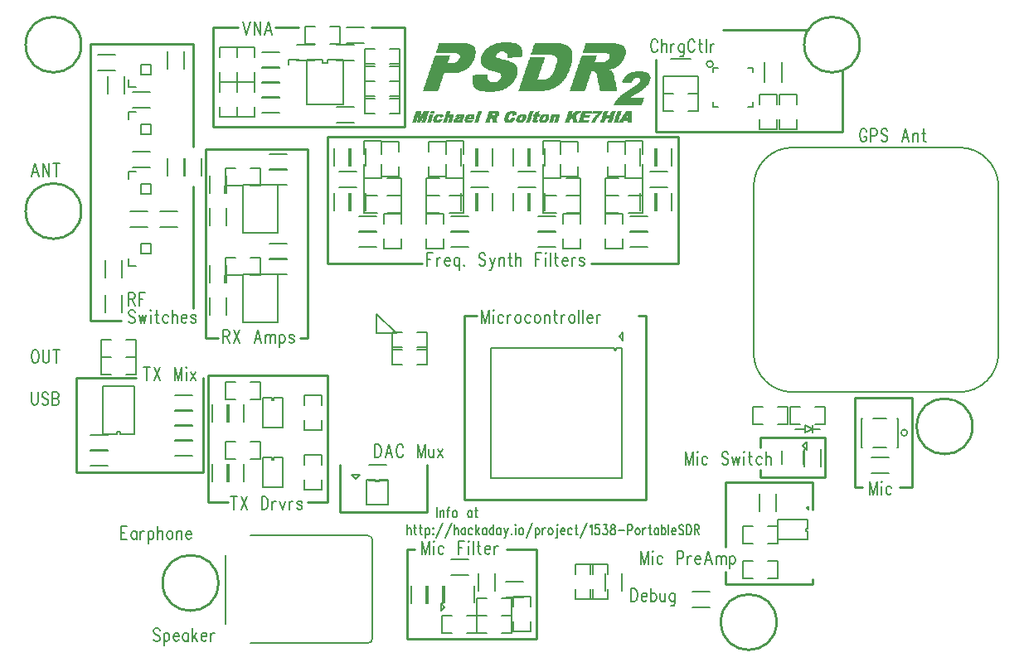
<source format=gto>
*
*
G04 PADS9.1 Build Number: 384028 generated Gerber (RS-274-X) file*
G04 PC Version=2.1*
*
%IN "PSDR.pcb"*%
*
%MOIN*%
*
%FSLAX35Y35*%
*
*
*
*
G04 PC Standard Apertures*
*
*
G04 Thermal Relief Aperture macro.*
%AMTER*
1,1,$1,0,0*
1,0,$1-$2,0,0*
21,0,$3,$4,0,0,45*
21,0,$3,$4,0,0,135*
%
*
*
G04 Annular Aperture macro.*
%AMANN*
1,1,$1,0,0*
1,0,$2,0,0*
%
*
*
G04 Odd Aperture macro.*
%AMODD*
1,1,$1,0,0*
1,0,$1-0.005,0,0*
%
*
*
G04 PC Custom Aperture Macros*
*
*
*
*
*
*
G04 PC Aperture Table*
*
%ADD010C,0.01*%
%ADD011C,0.008*%
%ADD012C,0.00787*%
%ADD042C,0.001*%
%ADD053C,0.002*%
%ADD082C,0.006*%
*
*
*
*
G04 PC Circuitry*
G04 Layer Name PSDR.pcb - circuitry*
%LPD*%
*
*
G04 PC Custom Flashes*
G04 Layer Name PSDR.pcb - flashes*
%LPD*%
*
*
G04 PC Circuitry*
G04 Layer Name PSDR.pcb - circuitry*
%LPD*%
*
G54D10*
G01X435983Y344094D02*
G75*
G03X435983I-11180J0D01*
G01X122991Y277165D02*
G03X122991I-11180J0D01*
G01Y344094D02*
G03X122991I-11180J0D01*
G01X178109Y127559D02*
G03X178109I-11180J0D01*
G01X402519Y111811D02*
G03X402519I-11180J0D01*
G01X481259Y190551D02*
G03X481259I-11180J0D01*
G01X186000Y351000D02*
X176000D01*
Y311200*
X253000*
Y351000*
X239800*
X260000Y256000D02*
X222000D01*
Y307000*
X363000*
Y256000*
X328000*
X282000Y235000D02*
X277000D01*
Y161000*
X350000*
Y235000*
X347000*
X168000Y303000D02*
Y344400D01*
X126600*
Y233000*
X139000*
X145000Y210000D02*
X121000D01*
Y172000*
X172000*
Y210000*
X201000Y351000D02*
X210400D01*
X211000Y226000D02*
X214000D01*
Y302000*
X173000*
X178000Y226000D02*
X173000D01*
Y302000*
X354000Y338000D02*
Y309000D01*
X429000*
Y334000*
X415000Y350000D02*
X381000D01*
X182000Y160000D02*
X174000D01*
Y211000*
X222000*
Y160000*
X214000*
X168000Y287000D02*
Y238000D01*
X262000Y175000D02*
Y156000D01*
X227000*
Y175000*
X257000Y141000D02*
X254000D01*
Y105000*
X306000*
Y141000*
X294000*
X382000Y142000D02*
Y168000D01*
X417000*
Y157000*
Y129000D02*
Y127000D01*
X382000*
Y132000*
X434000Y202000D02*
Y166000D01*
X437000*
X434000Y202000D02*
X457000D01*
Y166000*
X452000*
X396000Y182000D02*
Y186000D01*
X422000*
Y170000*
X396000*
Y173000*
G54D11*
X303200Y302500D02*
Y295500D01*
X296800Y302500D02*
Y295500D01*
X305500Y286800D02*
X298500D01*
X305500Y293200D02*
X298500D01*
X296800Y277500D02*
Y284500D01*
X303200Y277500D02*
Y284500D01*
X313500Y262800D02*
X306500D01*
X313500Y269200D02*
X306500D01*
X309200Y302500D02*
Y295500D01*
X302800Y302500D02*
Y295500D01*
X309200Y284500D02*
Y277500D01*
X302800Y284500D02*
Y277500D01*
X306500Y275200D02*
X313500D01*
X306500Y268800D02*
X313500D01*
X343500Y269200D02*
X350500D01*
X343500Y262800D02*
X350500D01*
X351500Y293200D02*
X358500D01*
X351500Y286800D02*
X358500D01*
X126500Y181200D02*
X133500D01*
X126500Y174800D02*
X133500D01*
X236500Y344800D02*
X229500D01*
X236500Y351200D02*
X229500D01*
X198500Y264200D02*
X205500D01*
X198500Y257800D02*
X205500D01*
X198500Y258200D02*
X205500D01*
X198500Y251800D02*
X205500D01*
X198500Y300200D02*
X205500D01*
X198500Y293800D02*
X205500D01*
X198500Y294200D02*
X205500D01*
X198500Y287800D02*
X205500D01*
X126500Y187200D02*
X133500D01*
X126500Y180800D02*
X133500D01*
X181200Y291500D02*
Y284500D01*
X174800Y291500D02*
Y284500D01*
X181200Y278500D02*
Y271500D01*
X174800Y278500D02*
Y271500D01*
X181200Y255500D02*
Y248500D01*
X174800Y255500D02*
Y248500D01*
X181200Y242500D02*
Y235500D01*
X174800Y242500D02*
Y235500D01*
X315500Y300000D02*
Y305500D01*
X308500*
Y300000*
Y296000D02*
Y290500D01*
X315500*
Y296000*
X314000Y290500D02*
X308500D01*
Y283500*
X314000*
X318000D02*
X323500D01*
Y290500*
X318000*
X314000Y283500D02*
X308500D01*
Y276500*
X314000*
X318000D02*
X323500D01*
Y283500*
X318000*
X348500Y300000D02*
Y305500D01*
X341500*
Y300000*
Y296000D02*
Y290500D01*
X348500*
Y296000*
X343000Y283500D02*
X348500D01*
Y290500*
X343000*
X339000D02*
X333500D01*
Y283500*
X339000*
X343000Y276500D02*
X348500D01*
Y283500*
X343000*
X339000D02*
X333500D01*
Y276500*
X339000*
X276500Y300000D02*
Y305500D01*
X269500*
Y300000*
Y296000D02*
Y290500D01*
X276500*
Y296000*
X271000Y283500D02*
X276500D01*
Y290500*
X271000*
X267000D02*
X261500D01*
Y283500*
X267000*
X418000Y191500D02*
X422000D01*
Y198500*
X418000*
X412000Y191500D02*
X408000D01*
Y198500*
X412000*
X417000Y191000D02*
Y188000D01*
Y189500D02*
X414000Y191000D01*
Y188000*
X417000Y189500*
X420000*
X414000D02*
X410000D01*
X141000Y211500D02*
X145000D01*
Y218500*
X141000*
X135000Y211500D02*
X131000D01*
Y218500*
X135000*
X141000D02*
X145000D01*
Y225500*
X141000*
X135000Y218500D02*
X131000D01*
Y225500*
X135000*
X403000Y191500D02*
X407000D01*
Y198500*
X403000*
X397000Y191500D02*
X393000D01*
Y198500*
X397000*
X447500Y171800D02*
X440500D01*
X447500Y178200D02*
X440500D01*
X360200Y302500D02*
Y295500D01*
X353800Y302500D02*
Y295500D01*
Y277500D02*
Y284500D01*
X360200Y277500D02*
Y284500D01*
X354200Y302500D02*
Y295500D01*
X347800Y302500D02*
Y295500D01*
X354200Y284500D02*
Y277500D01*
X347800Y284500D02*
Y277500D01*
X350500Y268800D02*
X343500D01*
X350500Y275200D02*
X343500D01*
X288200Y302500D02*
Y295500D01*
X281800Y302500D02*
Y295500D01*
X279500Y293200D02*
X286500D01*
X279500Y286800D02*
X286500D01*
X281800Y277500D02*
Y284500D01*
X288200Y277500D02*
Y284500D01*
X271500Y269200D02*
X278500D01*
X271500Y262800D02*
X278500D01*
X282200Y302500D02*
Y295500D01*
X275800Y302500D02*
Y295500D01*
X282200Y284500D02*
Y277500D01*
X275800Y284500D02*
Y277500D01*
X278500Y268800D02*
X271500D01*
X278500Y275200D02*
X271500D01*
X231200Y302500D02*
Y295500D01*
X224800Y302500D02*
Y295500D01*
X233500Y286800D02*
X226500D01*
X233500Y293200D02*
X226500D01*
X224800Y277500D02*
Y284500D01*
X231200Y277500D02*
Y284500D01*
X241500Y262800D02*
X234500D01*
X241500Y269200D02*
X234500D01*
X237200Y302500D02*
Y295500D01*
X230800Y302500D02*
Y295500D01*
X237200Y284500D02*
Y277500D01*
X230800Y284500D02*
Y277500D01*
X234500Y275200D02*
X241500D01*
X234500Y268800D02*
X241500D01*
X271000Y276500D02*
X276500D01*
Y283500*
X271000*
X267000D02*
X261500D01*
Y276500*
X267000*
X243500Y300000D02*
Y305500D01*
X236500*
Y300000*
Y296000D02*
Y290500D01*
X243500*
Y296000*
X242000Y290500D02*
X236500D01*
Y283500*
X242000*
X246000D02*
X251500D01*
Y290500*
X246000*
X242000Y283500D02*
X236500D01*
Y276500*
X242000*
X246000D02*
X251500D01*
Y283500*
X246000*
X185000Y294500D02*
X181000D01*
Y287500*
X185000*
X191000Y294500D02*
X195000D01*
Y287500*
X191000*
X399000Y143500D02*
X403000D01*
Y150500*
X399000*
X393000Y143500D02*
X389000D01*
Y150500*
X393000*
X185000Y258500D02*
X181000D01*
Y251500*
X185000*
X191000Y258500D02*
X195000D01*
Y251500*
X191000*
X175800Y168500D02*
Y175500D01*
X182200Y168500D02*
Y175500D01*
X175800Y192500D02*
Y199500D01*
X182200Y192500D02*
Y199500D01*
X160500Y191200D02*
X167500D01*
X160500Y184800D02*
X167500D01*
X160500Y197200D02*
X167500D01*
X160500Y190800D02*
X167500D01*
X160500Y185200D02*
X167500D01*
X160500Y178800D02*
X167500D01*
X160500Y203200D02*
X167500D01*
X160500Y196800D02*
X167500D01*
X181800Y192500D02*
Y199500D01*
X188200Y192500D02*
Y199500D01*
X181800Y168500D02*
Y175500D01*
X188200Y168500D02*
Y175500D01*
X185000Y184500D02*
X181000D01*
Y177500*
X185000*
X191000Y184500D02*
X195000D01*
Y177500*
X191000*
X185000Y208500D02*
X181000D01*
Y201500*
X185000*
X191000Y208500D02*
X195000D01*
Y201500*
X191000*
X212500Y193000D02*
Y189000D01*
X219500*
Y193000*
X212500Y199000D02*
Y203000D01*
X219500*
Y199000*
X212500Y169000D02*
Y165000D01*
X219500*
Y169000*
X212500Y175000D02*
Y179000D01*
X219500*
Y175000*
X232500Y312800D02*
X225500D01*
X232500Y319200D02*
X225500D01*
X217000Y351500D02*
X213000D01*
Y344500*
X217000*
X223000Y351500D02*
X227000D01*
Y344500*
X223000*
X377126Y332906D02*
Y334874D01*
X379094*
X390906D02*
X392874D01*
Y332906*
Y321094D02*
Y319126D01*
X390906*
X379094D02*
X377126D01*
Y321094*
X377034Y336300D02*
G03X377034I-1334J0D01*
G01X225500Y344200D02*
X232500D01*
X225500Y337800D02*
X232500D01*
X209500Y344200D02*
X216500D01*
X209500Y337800D02*
X216500D01*
X149500Y270800D02*
X142500D01*
X149500Y277200D02*
X142500D01*
X164800Y291500D02*
Y298500D01*
X171200Y291500D02*
Y298500D01*
X143500Y301200D02*
X150500D01*
X143500Y294800D02*
X150500D01*
X157800Y291500D02*
Y298500D01*
X164200Y291500D02*
Y298500D01*
X150500Y318800D02*
X143500D01*
X150500Y325200D02*
X143500D01*
X157800Y334500D02*
Y341500D01*
X164200Y334500D02*
Y341500D01*
X136500Y333800D02*
X129500D01*
X136500Y340200D02*
X129500D01*
X133800Y324500D02*
Y331500D01*
X140200Y324500D02*
Y331500D01*
X132800Y236500D02*
Y243500D01*
X139200Y236500D02*
Y243500D01*
X154500Y277200D02*
X161500D01*
X154500Y270800D02*
X161500D01*
X139200Y257500D02*
Y250500D01*
X132800Y257500D02*
Y250500D01*
X397500Y329000D02*
Y337000D01*
X404500Y329000D02*
Y337000D01*
X368000Y331500D02*
X360000D01*
X368000Y338500D02*
X360000D01*
X278500Y130800D02*
X271500D01*
X278500Y137200D02*
X271500D01*
X368500Y124200D02*
X375500D01*
X368500Y117800D02*
X375500D01*
X413800Y174500D02*
Y181500D01*
X420200Y174500D02*
Y181500D01*
X245500Y168800D02*
X238500D01*
X245500Y175200D02*
X238500D01*
X402200Y163500D02*
Y156500D01*
X395800Y163500D02*
Y156500D01*
X268200Y126500D02*
Y119500D01*
X261800Y126500D02*
Y119500D01*
X300500Y121800D02*
X293500D01*
X300500Y128200D02*
X293500D01*
X282800Y124500D02*
Y131500D01*
X289200Y124500D02*
Y131500D01*
X195500Y341200D02*
X202500D01*
X195500Y334800D02*
X202500D01*
X195500Y323200D02*
X202500D01*
X195500Y316800D02*
X202500D01*
X195500Y329200D02*
X202500D01*
X195500Y322800D02*
X202500D01*
X195500Y335200D02*
X202500D01*
X195500Y328800D02*
X202500D01*
X262200Y126500D02*
Y119500D01*
X255800Y126500D02*
Y119500D01*
X409055Y302756D02*
G03X393307Y287008I0J-15748D01*
G01X409055Y302756D02*
X475984D01*
X491732Y287008D02*
G03X475984Y302756I-15748J-0D01*
G01X491732Y287008D02*
Y220079D01*
X475984Y204331D02*
G03X491732Y220079I0J15748D01*
G01X475984Y204331D02*
X409055D01*
X393307Y220079D02*
G03X409055Y204331I15748J-0D01*
G01X393307Y220079D02*
Y287008D01*
X241000Y336500D02*
X237000D01*
Y329500*
X241000*
X247000Y336500D02*
X251000D01*
Y329500*
X247000*
X241000D02*
X237000D01*
Y322500*
X241000*
X247000Y329500D02*
X251000D01*
Y322500*
X247000*
X241000Y342500D02*
X237000D01*
Y335500*
X241000*
X247000Y342500D02*
X251000D01*
Y335500*
X247000*
X241000Y323500D02*
X237000D01*
Y316500*
X241000*
X247000Y323500D02*
X251000D01*
Y316500*
X247000*
X272000Y114500D02*
X268000D01*
Y107500*
X272000*
X278000Y114500D02*
X282000D01*
Y107500*
X278000*
X296500Y112000D02*
Y108000D01*
X303500*
Y112000*
X296500Y118000D02*
Y122000D01*
X303500*
Y118000*
X395500Y314000D02*
Y310000D01*
X402500*
Y314000*
X395500Y320000D02*
Y324000D01*
X402500*
Y320000*
X292000Y114500D02*
X296000D01*
Y121500*
X292000*
X286000Y114500D02*
X282000D01*
Y121500*
X286000*
Y114500D02*
X282000D01*
Y107500*
X286000*
X292000Y114500D02*
X296000D01*
Y107500*
X292000*
X361000Y324500D02*
X357000D01*
Y317500*
X361000*
X367000Y324500D02*
X371000D01*
Y317500*
X367000*
X399000Y129500D02*
X403000D01*
Y136500*
X399000*
X393000Y129500D02*
X389000D01*
Y136500*
X393000*
X178500Y319000D02*
Y315000D01*
X185500*
Y319000*
X178500Y325000D02*
Y329000D01*
X185500*
Y325000*
Y339000D02*
Y343000D01*
X178500*
Y339000*
X185500Y333000D02*
Y329000D01*
X178500*
Y333000*
X403500Y314000D02*
Y310000D01*
X410500*
Y314000*
X403500Y320000D02*
Y324000D01*
X410500*
Y320000*
X367000Y324500D02*
X371000D01*
Y331500*
X367000*
X361000Y324500D02*
X357000D01*
Y331500*
X361000*
X192500Y325000D02*
Y329000D01*
X185500*
Y325000*
X192500Y319000D02*
Y315000D01*
X185500*
Y319000*
Y333000D02*
Y329000D01*
X192500*
Y333000*
X185500Y339000D02*
Y343000D01*
X192500*
Y339000*
X241732Y227953D02*
X249606D01*
X241732Y235827*
Y227953*
X322500Y301000D02*
Y305000D01*
X315500*
Y301000*
X322500Y295000D02*
Y291000D01*
X315500*
Y295000*
X341500Y301000D02*
Y305000D01*
X334500*
Y301000*
X341500Y295000D02*
Y291000D01*
X334500*
Y295000*
X250500Y301000D02*
Y305000D01*
X243500*
Y301000*
X250500Y295000D02*
Y291000D01*
X243500*
Y295000*
X269500Y301000D02*
Y305000D01*
X262500*
Y301000*
X269500Y295000D02*
Y291000D01*
X262500*
Y295000*
X251500Y272000D02*
Y276000D01*
X244500*
Y272000*
X251500Y266000D02*
Y262000D01*
X244500*
Y266000*
X268500Y272000D02*
Y276000D01*
X261500*
Y272000*
X268500Y266000D02*
Y262000D01*
X261500*
Y266000*
X323500Y272000D02*
Y276000D01*
X316500*
Y272000*
X323500Y266000D02*
Y262000D01*
X316500*
Y266000*
X340500Y272000D02*
Y276000D01*
X333500*
Y272000*
X340500Y266000D02*
Y262000D01*
X333500*
Y266000*
X252000Y222500D02*
X248000D01*
Y215500*
X252000*
X258000Y222500D02*
X262000D01*
Y215500*
X258000*
Y221500D02*
X262000D01*
Y228500*
X258000*
X252000Y221500D02*
X248000D01*
Y228500*
X252000*
X340200Y131500D02*
Y124500D01*
X333800Y131500D02*
Y124500D01*
X334500Y131000D02*
Y135000D01*
X327500*
Y131000*
X334500Y125000D02*
Y121000D01*
X327500*
Y125000*
X328500Y131000D02*
Y135000D01*
X321500*
Y131000*
X328500Y125000D02*
Y121000D01*
X321500*
Y125000*
X188000Y353250D02*
X189455Y348000D01*
X190909Y353250D02*
X189455Y348000D01*
X192545Y353250D02*
Y348000D01*
Y353250D02*
X195091Y348000D01*
Y353250D02*
Y348000D01*
X198182Y353250D02*
X196727Y348000D01*
X198182Y353250D02*
X199636Y348000D01*
X197273Y349750D02*
X199091D01*
X180000Y229250D02*
Y224000D01*
Y229250D02*
X181636D01*
X182182Y229000*
X182364Y228750*
X182545Y228250*
Y227750*
X182364Y227250*
X182182Y227000*
X181636Y226750*
X180000*
X181273D02*
X182545Y224000D01*
X184182Y229250D02*
X186727Y224000D01*
Y229250D02*
X184182Y224000D01*
X194000Y229250D02*
X192545Y224000D01*
X194000Y229250D02*
X195455Y224000D01*
X193091Y225750D02*
X194909D01*
X197091Y227500D02*
Y224000D01*
Y226500D02*
X197636Y227250D01*
X198000Y227500*
X198545*
X198909Y227250*
X199091Y226500*
Y224000*
Y226500D02*
X199636Y227250D01*
X200000Y227500*
X200545*
X200909Y227250*
X201091Y226500*
Y224000*
X202727Y227500D02*
Y222250D01*
Y226750D02*
X203091Y227250D01*
X203455Y227500*
X204000*
X204364Y227250*
X204727Y226750*
X204909Y226000*
Y225500*
X204727Y224750*
X204364Y224250*
X204000Y224000*
X203455*
X203091Y224250*
X202727Y224750*
X208545Y226750D02*
X208364Y227250D01*
X207818Y227500*
X207273*
X206727Y227250*
X206545Y226750*
X206727Y226250*
X207091Y226000*
X208000Y225750*
X208364Y225500*
X208545Y225000*
Y224750*
X208364Y224250*
X207818Y224000*
X207273*
X206727Y224250*
X206545Y224750*
X284000Y237250D02*
Y232000D01*
Y237250D02*
X285455Y232000D01*
X286909Y237250D02*
X285455Y232000D01*
X286909Y237250D02*
Y232000D01*
X288545Y237250D02*
X288727Y237000D01*
X288909Y237250*
X288727Y237500*
X288545Y237250*
X288727Y235500D02*
Y232000D01*
X292727Y234750D02*
X292364Y235250D01*
X292000Y235500*
X291455*
X291091Y235250*
X290727Y234750*
X290545Y234000*
Y233500*
X290727Y232750*
X291091Y232250*
X291455Y232000*
X292000*
X292364Y232250*
X292727Y232750*
X294364Y235500D02*
Y232000D01*
Y234000D02*
X294545Y234750D01*
X294909Y235250*
X295273Y235500*
X295818*
X298364D02*
X298000Y235250D01*
X297636Y234750*
X297455Y234000*
Y233500*
X297636Y232750*
X298000Y232250*
X298364Y232000*
X298909*
X299273Y232250*
X299636Y232750*
X299818Y233500*
Y234000*
X299636Y234750*
X299273Y235250*
X298909Y235500*
X298364*
X303636Y234750D02*
X303273Y235250D01*
X302909Y235500*
X302364*
X302000Y235250*
X301636Y234750*
X301455Y234000*
Y233500*
X301636Y232750*
X302000Y232250*
X302364Y232000*
X302909*
X303273Y232250*
X303636Y232750*
X306182Y235500D02*
X305818Y235250D01*
X305455Y234750*
X305273Y234000*
Y233500*
X305455Y232750*
X305818Y232250*
X306182Y232000*
X306727*
X307091Y232250*
X307455Y232750*
X307636Y233500*
Y234000*
X307455Y234750*
X307091Y235250*
X306727Y235500*
X306182*
X309273D02*
Y232000D01*
Y234500D02*
X309818Y235250D01*
X310182Y235500*
X310727*
X311091Y235250*
X311273Y234500*
Y232000*
X313455Y237250D02*
Y233000D01*
X313636Y232250*
X314000Y232000*
X314364*
X312909Y235500D02*
X314182D01*
X316000D02*
Y232000D01*
Y234000D02*
X316182Y234750D01*
X316545Y235250*
X316909Y235500*
X317455*
X320000D02*
X319636Y235250D01*
X319273Y234750*
X319091Y234000*
Y233500*
X319273Y232750*
X319636Y232250*
X320000Y232000*
X320545*
X320909Y232250*
X321273Y232750*
X321455Y233500*
Y234000*
X321273Y234750*
X320909Y235250*
X320545Y235500*
X320000*
X323091Y237250D02*
Y232000D01*
X324727Y237250D02*
Y232000D01*
X326364Y234000D02*
X328545D01*
Y234500*
X328364Y235000*
X328182Y235250*
X327818Y235500*
X327273*
X326909Y235250*
X326545Y234750*
X326364Y234000*
Y233500*
X326545Y232750*
X326909Y232250*
X327273Y232000*
X327818*
X328182Y232250*
X328545Y232750*
X330182Y235500D02*
Y232000D01*
Y234000D02*
X330364Y234750D01*
X330727Y235250*
X331091Y235500*
X331636*
X262000Y260250D02*
Y255000D01*
Y260250D02*
X264364D01*
X262000Y257750D02*
X263455D01*
X266000Y258500D02*
Y255000D01*
Y257000D02*
X266182Y257750D01*
X266545Y258250*
X266909Y258500*
X267455*
X269091Y257000D02*
X271273D01*
Y257500*
X271091Y258000*
X270909Y258250*
X270545Y258500*
X270000*
X269636Y258250*
X269273Y257750*
X269091Y257000*
Y256500*
X269273Y255750*
X269636Y255250*
X270000Y255000*
X270545*
X270909Y255250*
X271273Y255750*
X275091Y258500D02*
Y253250D01*
Y257750D02*
X274727Y258250D01*
X274364Y258500*
X273818*
X273455Y258250*
X273091Y257750*
X272909Y257000*
Y256500*
X273091Y255750*
X273455Y255250*
X273818Y255000*
X274364*
X274727Y255250*
X275091Y255750*
X276909Y255500D02*
X276727Y255250D01*
X276909Y255000*
X277091Y255250*
X276909Y255500*
X285455Y259500D02*
X285091Y260000D01*
X284545Y260250*
X283818*
X283273Y260000*
X282909Y259500*
Y259000*
X283091Y258500*
X283273Y258250*
X283636Y258000*
X284727Y257500*
X285091Y257250*
X285273Y257000*
X285455Y256500*
Y255750*
X285091Y255250*
X284545Y255000*
X283818*
X283273Y255250*
X282909Y255750*
X287273Y258500D02*
X288364Y255000D01*
X289455Y258500D02*
X288364Y255000D01*
X288000Y254000*
X287636Y253500*
X287273Y253250*
X287091*
X291091Y258500D02*
Y255000D01*
Y257500D02*
X291636Y258250D01*
X292000Y258500*
X292545*
X292909Y258250*
X293091Y257500*
Y255000*
X295273Y260250D02*
Y256000D01*
X295455Y255250*
X295818Y255000*
X296182*
X294727Y258500D02*
X296000D01*
X297818Y260250D02*
Y255000D01*
Y257500D02*
X298364Y258250D01*
X298727Y258500*
X299273*
X299636Y258250*
X299818Y257500*
Y255000*
X305636Y260250D02*
Y255000D01*
Y260250D02*
X308000D01*
X305636Y257750D02*
X307091D01*
X309636Y260250D02*
X309818Y260000D01*
X310000Y260250*
X309818Y260500*
X309636Y260250*
X309818Y258500D02*
Y255000D01*
X311636Y260250D02*
Y255000D01*
X313818Y260250D02*
Y256000D01*
X314000Y255250*
X314364Y255000*
X314727*
X313273Y258500D02*
X314545D01*
X316364Y257000D02*
X318545D01*
Y257500*
X318364Y258000*
X318182Y258250*
X317818Y258500*
X317273*
X316909Y258250*
X316545Y257750*
X316364Y257000*
Y256500*
X316545Y255750*
X316909Y255250*
X317273Y255000*
X317818*
X318182Y255250*
X318545Y255750*
X320182Y258500D02*
Y255000D01*
Y257000D02*
X320364Y257750D01*
X320727Y258250*
X321091Y258500*
X321636*
X325273Y257750D02*
X325091Y258250D01*
X324545Y258500*
X324000*
X323455Y258250*
X323273Y257750*
X323455Y257250*
X323818Y257000*
X324727Y256750*
X325091Y256500*
X325273Y256000*
Y255750*
X325091Y255250*
X324545Y255000*
X324000*
X323455Y255250*
X323273Y255750*
X184273Y162250D02*
Y157000D01*
X183000Y162250D02*
X185545D01*
X187182D02*
X189727Y157000D01*
Y162250D02*
X187182Y157000D01*
X195545Y162250D02*
Y157000D01*
Y162250D02*
X196818D01*
X197364Y162000*
X197727Y161500*
X197909Y161000*
X198091Y160250*
Y159000*
X197909Y158250*
X197727Y157750*
X197364Y157250*
X196818Y157000*
X195545*
X199727Y160500D02*
Y157000D01*
Y159000D02*
X199909Y159750D01*
X200273Y160250*
X200636Y160500*
X201182*
X202818D02*
X203909Y157000D01*
X205000Y160500D02*
X203909Y157000D01*
X206636Y160500D02*
Y157000D01*
Y159000D02*
X206818Y159750D01*
X207182Y160250*
X207545Y160500*
X208091*
X211727Y159750D02*
X211545Y160250D01*
X211000Y160500*
X210455*
X209909Y160250*
X209727Y159750*
X209909Y159250*
X210273Y159000*
X211182Y158750*
X211545Y158500*
X211727Y158000*
Y157750*
X211545Y157250*
X211000Y157000*
X210455*
X209909Y157250*
X209727Y157750*
X149273Y214250D02*
Y209000D01*
X148000Y214250D02*
X150545D01*
X152182D02*
X154727Y209000D01*
Y214250D02*
X152182Y209000D01*
X160545Y214250D02*
Y209000D01*
Y214250D02*
X162000Y209000D01*
X163455Y214250D02*
X162000Y209000D01*
X163455Y214250D02*
Y209000D01*
X165091Y214250D02*
X165273Y214000D01*
X165455Y214250*
X165273Y214500*
X165091Y214250*
X165273Y212500D02*
Y209000D01*
X167091Y212500D02*
X169091Y209000D01*
Y212500D02*
X167091Y209000D01*
X260000Y144250D02*
Y139000D01*
Y144250D02*
X261455Y139000D01*
X262909Y144250D02*
X261455Y139000D01*
X262909Y144250D02*
Y139000D01*
X264545Y144250D02*
X264727Y144000D01*
X264909Y144250*
X264727Y144500*
X264545Y144250*
X264727Y142500D02*
Y139000D01*
X268727Y141750D02*
X268364Y142250D01*
X268000Y142500*
X267455*
X267091Y142250*
X266727Y141750*
X266545Y141000*
Y140500*
X266727Y139750*
X267091Y139250*
X267455Y139000*
X268000*
X268364Y139250*
X268727Y139750*
X274545Y144250D02*
Y139000D01*
Y144250D02*
X276909D01*
X274545Y141750D02*
X276000D01*
X278545Y144250D02*
X278727Y144000D01*
X278909Y144250*
X278727Y144500*
X278545Y144250*
X278727Y142500D02*
Y139000D01*
X280545Y144250D02*
Y139000D01*
X282727Y144250D02*
Y140000D01*
X282909Y139250*
X283273Y139000*
X283636*
X282182Y142500D02*
X283455D01*
X285273Y141000D02*
X287455D01*
Y141500*
X287273Y142000*
X287091Y142250*
X286727Y142500*
X286182*
X285818Y142250*
X285455Y141750*
X285273Y141000*
Y140500*
X285455Y139750*
X285818Y139250*
X286182Y139000*
X286727*
X287091Y139250*
X287455Y139750*
X289091Y142500D02*
Y139000D01*
Y141000D02*
X289273Y141750D01*
X289636Y142250*
X290000Y142500*
X290545*
X348000Y140250D02*
Y135000D01*
Y140250D02*
X349455Y135000D01*
X350909Y140250D02*
X349455Y135000D01*
X350909Y140250D02*
Y135000D01*
X352545Y140250D02*
X352727Y140000D01*
X352909Y140250*
X352727Y140500*
X352545Y140250*
X352727Y138500D02*
Y135000D01*
X356727Y137750D02*
X356364Y138250D01*
X356000Y138500*
X355455*
X355091Y138250*
X354727Y137750*
X354545Y137000*
Y136500*
X354727Y135750*
X355091Y135250*
X355455Y135000*
X356000*
X356364Y135250*
X356727Y135750*
X362545Y140250D02*
Y135000D01*
Y140250D02*
X364182D01*
X364727Y140000*
X364909Y139750*
X365091Y139250*
Y138500*
X364909Y138000*
X364727Y137750*
X364182Y137500*
X362545*
X366727Y138500D02*
Y135000D01*
Y137000D02*
X366909Y137750D01*
X367273Y138250*
X367636Y138500*
X368182*
X369818Y137000D02*
X372000D01*
Y137500*
X371818Y138000*
X371636Y138250*
X371273Y138500*
X370727*
X370364Y138250*
X370000Y137750*
X369818Y137000*
Y136500*
X370000Y135750*
X370364Y135250*
X370727Y135000*
X371273*
X371636Y135250*
X372000Y135750*
X375091Y140250D02*
X373636Y135000D01*
X375091Y140250D02*
X376545Y135000D01*
X374182Y136750D02*
X376000D01*
X378182Y138500D02*
Y135000D01*
Y137500D02*
X378727Y138250D01*
X379091Y138500*
X379636*
X380000Y138250*
X380182Y137500*
Y135000*
Y137500D02*
X380727Y138250D01*
X381091Y138500*
X381636*
X382000Y138250*
X382182Y137500*
Y135000*
X383818Y138500D02*
Y133250D01*
Y137750D02*
X384182Y138250D01*
X384545Y138500*
X385091*
X385455Y138250*
X385818Y137750*
X386000Y137000*
Y136500*
X385818Y135750*
X385455Y135250*
X385091Y135000*
X384545*
X384182Y135250*
X383818Y135750*
X366000Y180250D02*
Y175000D01*
Y180250D02*
X367455Y175000D01*
X368909Y180250D02*
X367455Y175000D01*
X368909Y180250D02*
Y175000D01*
X370545Y180250D02*
X370727Y180000D01*
X370909Y180250*
X370727Y180500*
X370545Y180250*
X370727Y178500D02*
Y175000D01*
X374727Y177750D02*
X374364Y178250D01*
X374000Y178500*
X373455*
X373091Y178250*
X372727Y177750*
X372545Y177000*
Y176500*
X372727Y175750*
X373091Y175250*
X373455Y175000*
X374000*
X374364Y175250*
X374727Y175750*
X383091Y179500D02*
X382727Y180000D01*
X382182Y180250*
X381455*
X380909Y180000*
X380545Y179500*
Y179000*
X380727Y178500*
X380909Y178250*
X381273Y178000*
X382364Y177500*
X382727Y177250*
X382909Y177000*
X383091Y176500*
Y175750*
X382727Y175250*
X382182Y175000*
X381455*
X380909Y175250*
X380545Y175750*
X384727Y178500D02*
X385455Y175000D01*
X386182Y178500D02*
X385455Y175000D01*
X386182Y178500D02*
X386909Y175000D01*
X387636Y178500D02*
X386909Y175000D01*
X389273Y180250D02*
X389455Y180000D01*
X389636Y180250*
X389455Y180500*
X389273Y180250*
X389455Y178500D02*
Y175000D01*
X391818Y180250D02*
Y176000D01*
X392000Y175250*
X392364Y175000*
X392727*
X391273Y178500D02*
X392545D01*
X396545Y177750D02*
X396182Y178250D01*
X395818Y178500*
X395273*
X394909Y178250*
X394545Y177750*
X394364Y177000*
Y176500*
X394545Y175750*
X394909Y175250*
X395273Y175000*
X395818*
X396182Y175250*
X396545Y175750*
X398182Y180250D02*
Y175000D01*
Y177500D02*
X398727Y178250D01*
X399091Y178500*
X399636*
X400000Y178250*
X400182Y177500*
Y175000*
X440000Y168250D02*
Y163000D01*
Y168250D02*
X441455Y163000D01*
X442909Y168250D02*
X441455Y163000D01*
X442909Y168250D02*
Y163000D01*
X444545Y168250D02*
X444727Y168000D01*
X444909Y168250*
X444727Y168500*
X444545Y168250*
X444727Y166500D02*
Y163000D01*
X448727Y165750D02*
X448364Y166250D01*
X448000Y166500*
X447455*
X447091Y166250*
X446727Y165750*
X446545Y165000*
Y164500*
X446727Y163750*
X447091Y163250*
X447455Y163000*
X448000*
X448364Y163250*
X448727Y163750*
X142000Y244250D02*
Y239000D01*
Y244250D02*
X143636D01*
X144182Y244000*
X144364Y243750*
X144545Y243250*
Y242750*
X144364Y242250*
X144182Y242000*
X143636Y241750*
X142000*
X143273D02*
X144545Y239000D01*
X146182Y244250D02*
Y239000D01*
Y244250D02*
X148545D01*
X146182Y241750D02*
X147636D01*
X144545Y236500D02*
X144182Y237000D01*
X143636Y237250*
X142909*
X142364Y237000*
X142000Y236500*
Y236000*
X142182Y235500*
X142364Y235250*
X142727Y235000*
X143818Y234500*
X144182Y234250*
X144364Y234000*
X144545Y233500*
Y232750*
X144182Y232250*
X143636Y232000*
X142909*
X142364Y232250*
X142000Y232750*
X146182Y235500D02*
X146909Y232000D01*
X147636Y235500D02*
X146909Y232000D01*
X147636Y235500D02*
X148364Y232000D01*
X149091Y235500D02*
X148364Y232000D01*
X150727Y237250D02*
X150909Y237000D01*
X151091Y237250*
X150909Y237500*
X150727Y237250*
X150909Y235500D02*
Y232000D01*
X153273Y237250D02*
Y233000D01*
X153455Y232250*
X153818Y232000*
X154182*
X152727Y235500D02*
X154000D01*
X158000Y234750D02*
X157636Y235250D01*
X157273Y235500*
X156727*
X156364Y235250*
X156000Y234750*
X155818Y234000*
Y233500*
X156000Y232750*
X156364Y232250*
X156727Y232000*
X157273*
X157636Y232250*
X158000Y232750*
X159636Y237250D02*
Y232000D01*
Y234500D02*
X160182Y235250D01*
X160545Y235500*
X161091*
X161455Y235250*
X161636Y234500*
Y232000*
X163273Y234000D02*
X165455D01*
Y234500*
X165273Y235000*
X165091Y235250*
X164727Y235500*
X164182*
X163818Y235250*
X163455Y234750*
X163273Y234000*
Y233500*
X163455Y232750*
X163818Y232250*
X164182Y232000*
X164727*
X165091Y232250*
X165455Y232750*
X169091Y234750D02*
X168909Y235250D01*
X168364Y235500*
X167818*
X167273Y235250*
X167091Y234750*
X167273Y234250*
X167636Y234000*
X168545Y233750*
X168909Y233500*
X169091Y233000*
Y232750*
X168909Y232250*
X168364Y232000*
X167818*
X167273Y232250*
X167091Y232750*
X354727Y345000D02*
X354545Y345500D01*
X354182Y346000*
X353818Y346250*
X353091*
X352727Y346000*
X352364Y345500*
X352182Y345000*
X352000Y344250*
Y343000*
X352182Y342250*
X352364Y341750*
X352727Y341250*
X353091Y341000*
X353818*
X354182Y341250*
X354545Y341750*
X354727Y342250*
X356364Y346250D02*
Y341000D01*
Y343500D02*
X356909Y344250D01*
X357273Y344500*
X357818*
X358182Y344250*
X358364Y343500*
Y341000*
X360000Y344500D02*
Y341000D01*
Y343000D02*
X360182Y343750D01*
X360545Y344250*
X360909Y344500*
X361455*
X365273D02*
Y340500D01*
X365091Y339750*
X364909Y339500*
X364545Y339250*
X364000*
X363636Y339500*
X365273Y343750D02*
X364909Y344250D01*
X364545Y344500*
X364000*
X363636Y344250*
X363273Y343750*
X363091Y343000*
Y342500*
X363273Y341750*
X363636Y341250*
X364000Y341000*
X364545*
X364909Y341250*
X365273Y341750*
X369636Y345000D02*
X369455Y345500D01*
X369091Y346000*
X368727Y346250*
X368000*
X367636Y346000*
X367273Y345500*
X367091Y345000*
X366909Y344250*
Y343000*
X367091Y342250*
X367273Y341750*
X367636Y341250*
X368000Y341000*
X368727*
X369091Y341250*
X369455Y341750*
X369636Y342250*
X371818Y346250D02*
Y342000D01*
X372000Y341250*
X372364Y341000*
X372727*
X371273Y344500D02*
X372545D01*
X374364Y346250D02*
Y341000D01*
X376000Y344500D02*
Y341000D01*
Y343000D02*
X376182Y343750D01*
X376545Y344250*
X376909Y344500*
X377455*
X241000Y183250D02*
Y178000D01*
Y183250D02*
X242273D01*
X242818Y183000*
X243182Y182500*
X243364Y182000*
X243545Y181250*
Y180000*
X243364Y179250*
X243182Y178750*
X242818Y178250*
X242273Y178000*
X241000*
X246636Y183250D02*
X245182Y178000D01*
X246636Y183250D02*
X248091Y178000D01*
X245727Y179750D02*
X247545D01*
X252455Y182000D02*
X252273Y182500D01*
X251909Y183000*
X251545Y183250*
X250818*
X250455Y183000*
X250091Y182500*
X249909Y182000*
X249727Y181250*
Y180000*
X249909Y179250*
X250091Y178750*
X250455Y178250*
X250818Y178000*
X251545*
X251909Y178250*
X252273Y178750*
X252455Y179250*
X258273Y183250D02*
Y178000D01*
Y183250D02*
X259727Y178000D01*
X261182Y183250D02*
X259727Y178000D01*
X261182Y183250D02*
Y178000D01*
X262818Y181500D02*
Y179000D01*
X263000Y178250*
X263364Y178000*
X263909*
X264273Y178250*
X264818Y179000*
Y181500D02*
Y178000D01*
X266455Y181500D02*
X268455Y178000D01*
Y181500D02*
X266455Y178000D01*
X139000Y150250D02*
Y145000D01*
Y150250D02*
X141364D01*
X139000Y147750D02*
X140455D01*
X139000Y145000D02*
X141364D01*
X145182Y148500D02*
Y145000D01*
Y147750D02*
X144818Y148250D01*
X144455Y148500*
X143909*
X143545Y148250*
X143182Y147750*
X143000Y147000*
Y146500*
X143182Y145750*
X143545Y145250*
X143909Y145000*
X144455*
X144818Y145250*
X145182Y145750*
X146818Y148500D02*
Y145000D01*
Y147000D02*
X147000Y147750D01*
X147364Y148250*
X147727Y148500*
X148273*
X149909D02*
Y143250D01*
Y147750D02*
X150273Y148250D01*
X150636Y148500*
X151182*
X151545Y148250*
X151909Y147750*
X152091Y147000*
Y146500*
X151909Y145750*
X151545Y145250*
X151182Y145000*
X150636*
X150273Y145250*
X149909Y145750*
X153727Y150250D02*
Y145000D01*
Y147500D02*
X154273Y148250D01*
X154636Y148500*
X155182*
X155545Y148250*
X155727Y147500*
Y145000*
X158273Y148500D02*
X157909Y148250D01*
X157545Y147750*
X157364Y147000*
Y146500*
X157545Y145750*
X157909Y145250*
X158273Y145000*
X158818*
X159182Y145250*
X159545Y145750*
X159727Y146500*
Y147000*
X159545Y147750*
X159182Y148250*
X158818Y148500*
X158273*
X161364D02*
Y145000D01*
Y147500D02*
X161909Y148250D01*
X162273Y148500*
X162818*
X163182Y148250*
X163364Y147500*
Y145000*
X165000Y147000D02*
X167182D01*
Y147500*
X167000Y148000*
X166818Y148250*
X166455Y148500*
X165909*
X165545Y148250*
X165182Y147750*
X165000Y147000*
Y146500*
X165182Y145750*
X165545Y145250*
X165909Y145000*
X166455*
X166818Y145250*
X167182Y145750*
X154545Y108500D02*
X154182Y109000D01*
X153636Y109250*
X152909*
X152364Y109000*
X152000Y108500*
Y108000*
X152182Y107500*
X152364Y107250*
X152727Y107000*
X153818Y106500*
X154182Y106250*
X154364Y106000*
X154545Y105500*
Y104750*
X154182Y104250*
X153636Y104000*
X152909*
X152364Y104250*
X152000Y104750*
X156182Y107500D02*
Y102250D01*
Y106750D02*
X156545Y107250D01*
X156909Y107500*
X157455*
X157818Y107250*
X158182Y106750*
X158364Y106000*
Y105500*
X158182Y104750*
X157818Y104250*
X157455Y104000*
X156909*
X156545Y104250*
X156182Y104750*
X160000Y106000D02*
X162182D01*
Y106500*
X162000Y107000*
X161818Y107250*
X161455Y107500*
X160909*
X160545Y107250*
X160182Y106750*
X160000Y106000*
Y105500*
X160182Y104750*
X160545Y104250*
X160909Y104000*
X161455*
X161818Y104250*
X162182Y104750*
X166000Y107500D02*
Y104000D01*
Y106750D02*
X165636Y107250D01*
X165273Y107500*
X164727*
X164364Y107250*
X164000Y106750*
X163818Y106000*
Y105500*
X164000Y104750*
X164364Y104250*
X164727Y104000*
X165273*
X165636Y104250*
X166000Y104750*
X167636Y109250D02*
Y104000D01*
X169455Y107500D02*
X167636Y105000D01*
X168364Y106000D02*
X169636Y104000D01*
X171273Y106000D02*
X173455D01*
Y106500*
X173273Y107000*
X173091Y107250*
X172727Y107500*
X172182*
X171818Y107250*
X171455Y106750*
X171273Y106000*
Y105500*
X171455Y104750*
X171818Y104250*
X172182Y104000*
X172727*
X173091Y104250*
X173455Y104750*
X175091Y107500D02*
Y104000D01*
Y106000D02*
X175273Y106750D01*
X175636Y107250*
X176000Y107500*
X176545*
X103000Y204250D02*
Y200500D01*
X103182Y199750*
X103545Y199250*
X104091Y199000*
X104455*
X105000Y199250*
X105364Y199750*
X105545Y200500*
Y204250*
X109727Y203500D02*
X109364Y204000D01*
X108818Y204250*
X108091*
X107545Y204000*
X107182Y203500*
Y203000*
X107364Y202500*
X107545Y202250*
X107909Y202000*
X109000Y201500*
X109364Y201250*
X109545Y201000*
X109727Y200500*
Y199750*
X109364Y199250*
X108818Y199000*
X108091*
X107545Y199250*
X107182Y199750*
X111364Y204250D02*
Y199000D01*
Y204250D02*
X113000D01*
X113545Y204000*
X113727Y203750*
X113909Y203250*
Y202750*
X113727Y202250*
X113545Y202000*
X113000Y201750*
X111364D02*
X113000D01*
X113545Y201500*
X113727Y201250*
X113909Y200750*
Y200000*
X113727Y199500*
X113545Y199250*
X113000Y199000*
X111364*
X104091Y221250D02*
X103727Y221000D01*
X103364Y220500*
X103182Y220000*
X103000Y219250*
Y218000*
X103182Y217250*
X103364Y216750*
X103727Y216250*
X104091Y216000*
X104818*
X105182Y216250*
X105545Y216750*
X105727Y217250*
X105909Y218000*
Y219250*
X105727Y220000*
X105545Y220500*
X105182Y221000*
X104818Y221250*
X104091*
X107545D02*
Y217500D01*
X107727Y216750*
X108091Y216250*
X108636Y216000*
X109000*
X109545Y216250*
X109909Y216750*
X110091Y217500*
Y221250*
X113000D02*
Y216000D01*
X111727Y221250D02*
X114273D01*
X104455Y296250D02*
X103000Y291000D01*
X104455Y296250D02*
X105909Y291000D01*
X103545Y292750D02*
X105364D01*
X107545Y296250D02*
Y291000D01*
Y296250D02*
X110091Y291000D01*
Y296250D02*
Y291000D01*
X113000Y296250D02*
Y291000D01*
X111727Y296250D02*
X114273D01*
X438727Y309000D02*
X438545Y309500D01*
X438182Y310000*
X437818Y310250*
X437091*
X436727Y310000*
X436364Y309500*
X436182Y309000*
X436000Y308250*
Y307000*
X436182Y306250*
X436364Y305750*
X436727Y305250*
X437091Y305000*
X437818*
X438182Y305250*
X438545Y305750*
X438727Y306250*
Y307000*
X437818D02*
X438727D01*
X440364Y310250D02*
Y305000D01*
Y310250D02*
X442000D01*
X442545Y310000*
X442727Y309750*
X442909Y309250*
Y308500*
X442727Y308000*
X442545Y307750*
X442000Y307500*
X440364*
X447091Y309500D02*
X446727Y310000D01*
X446182Y310250*
X445455*
X444909Y310000*
X444545Y309500*
Y309000*
X444727Y308500*
X444909Y308250*
X445273Y308000*
X446364Y307500*
X446727Y307250*
X446909Y307000*
X447091Y306500*
Y305750*
X446727Y305250*
X446182Y305000*
X445455*
X444909Y305250*
X444545Y305750*
X454364Y310250D02*
X452909Y305000D01*
X454364Y310250D02*
X455818Y305000D01*
X453455Y306750D02*
X455273D01*
X457455Y308500D02*
Y305000D01*
Y307500D02*
X458000Y308250D01*
X458364Y308500*
X458909*
X459273Y308250*
X459455Y307500*
Y305000*
X461636Y310250D02*
Y306000D01*
X461818Y305250*
X462182Y305000*
X462545*
X461091Y308500D02*
X462364D01*
X344000Y125250D02*
Y120000D01*
Y125250D02*
X345273D01*
X345818Y125000*
X346182Y124500*
X346364Y124000*
X346545Y123250*
Y122000*
X346364Y121250*
X346182Y120750*
X345818Y120250*
X345273Y120000*
X344000*
X348182Y122000D02*
X350364D01*
Y122500*
X350182Y123000*
X350000Y123250*
X349636Y123500*
X349091*
X348727Y123250*
X348364Y122750*
X348182Y122000*
Y121500*
X348364Y120750*
X348727Y120250*
X349091Y120000*
X349636*
X350000Y120250*
X350364Y120750*
X352000Y125250D02*
Y120000D01*
Y122750D02*
X352364Y123250D01*
X352727Y123500*
X353273*
X353636Y123250*
X354000Y122750*
X354182Y122000*
Y121500*
X354000Y120750*
X353636Y120250*
X353273Y120000*
X352727*
X352364Y120250*
X352000Y120750*
X355818Y123500D02*
Y121000D01*
X356000Y120250*
X356364Y120000*
X356909*
X357273Y120250*
X357818Y121000*
Y123500D02*
Y120000D01*
X361636Y123500D02*
Y119500D01*
X361455Y118750*
X361273Y118500*
X360909Y118250*
X360364*
X360000Y118500*
X361636Y122750D02*
X361273Y123250D01*
X360909Y123500*
X360364*
X360000Y123250*
X359636Y122750*
X359455Y122000*
Y121500*
X359636Y120750*
X360000Y120250*
X360364Y120000*
X360909*
X361273Y120250*
X361636Y120750*
G54D12*
X196063Y177906D02*
X199508D01*
Y177167*
X200492*
Y177906*
X203937*
Y166094*
X196063*
Y177906*
Y201906D02*
X199508D01*
Y201167*
X200492*
Y201906*
X203937*
Y190094*
X196063*
Y201906*
X144299Y187354D02*
X138787D01*
Y188560*
X137213*
Y187354*
X131701*
Y206646*
X144299*
Y187354*
X201890Y287646D02*
Y268354D01*
X188110*
Y287646*
X201890*
X187840Y287410D02*
X180760D01*
Y284330*
X201890Y251646D02*
Y232354D01*
X188110*
Y251646*
X201890*
X187840Y251410D02*
X180760D01*
Y248330*
X237571Y168921D02*
X241446D01*
Y168306*
X242554*
Y168921*
X246429*
Y159079*
X237571*
Y168921*
X233339Y169512D02*
X231764Y171087D01*
X234913*
X233339Y169512*
X213717Y337957D02*
X220090D01*
Y336837*
X221910*
Y337957*
X228283*
Y320043*
X213717*
Y337957*
X206433Y336087D02*
Y338055D01*
X210764*
X455088Y188000D02*
G03X455088I-1245J0D01*
G01X451087Y193807D02*
X451402D01*
Y182193*
X451087*
X436913Y193807D02*
X436598D01*
Y182193*
X436913*
X441244Y193807D02*
X446756D01*
Y182193D02*
X441244D01*
X414906Y153035D02*
Y149504D01*
X414167*
Y148496*
X414906*
Y144965*
X403094*
Y153035*
X414906*
X269094Y126346D02*
Y119654D01*
X280906Y126346D02*
Y119654D01*
X269094Y117882D02*
X267520Y119457D01*
Y116307*
X269094Y117882*
X147031Y284031D02*
X150969D01*
Y287969*
X147031*
Y284031*
X145063Y293087D02*
X141913D01*
Y289937*
X147031Y308031D02*
X150969D01*
Y311969*
X147031*
Y308031*
X145063Y317087D02*
X141913D01*
Y313937*
X150969Y332031D02*
Y335969D01*
X147031*
Y332031*
X150969*
X141913Y330063D02*
Y326913D01*
X145063*
X150969Y260031D02*
Y263969D01*
X147031*
Y260031*
X150969*
X141913Y258063D02*
Y254913D01*
X145063*
X413232Y175244D02*
Y180756D01*
X404768Y175244D02*
Y180756D01*
X412937Y182724D02*
X414512Y184299D01*
Y181150*
X412937Y182724*
X287819Y222181D02*
Y169819D01*
X340181*
Y222181*
X338213*
X337622Y221000*
X337031Y222181*
X287819*
X339197Y226709D02*
X340772Y228283D01*
Y225134*
X339197Y226709*
X414675Y157661D02*
X415299Y158286D01*
Y157037*
X414675Y157661*
X415049Y158036D02*
X415299D01*
G54D42*
G54D53*
X256000Y313000D02*
X257100D01*
X258000D02*
X258900D01*
X259800D02*
X260900D01*
X262000D02*
X263100D01*
X265000D02*
X266500D01*
X268400D02*
X269500D01*
X270400D02*
X271500D01*
X273000D02*
X274100D01*
X274800D02*
X275900D01*
X277600D02*
X279100D01*
X281000D02*
X282100D01*
X285400D02*
X286700D01*
X288400D02*
X289900D01*
X293800D02*
X295500D01*
X298600D02*
X299900D01*
X301800D02*
X302900D01*
X304800D02*
X306100D01*
X307800D02*
X309100D01*
X311000D02*
X312100D01*
X313000D02*
X314100D01*
X317400D02*
X318700D01*
X320800D02*
X322300D01*
X322800D02*
X326500D01*
X328000D02*
X329100D01*
X331600D02*
X332900D01*
X334600D02*
X335900D01*
X337000D02*
X338300D01*
X339000D02*
X340500D01*
X342600D02*
X343900D01*
X256200Y313200D02*
X257300D01*
X258000D02*
X259100D01*
X260000D02*
X261100D01*
X262200D02*
X263300D01*
X264800D02*
X267100D01*
X268600D02*
X269700D01*
X270600D02*
X271700D01*
X272800D02*
X274500D01*
X274800D02*
X275900D01*
X277400D02*
X279700D01*
X281200D02*
X282300D01*
X285600D02*
X286900D01*
X288400D02*
X289900D01*
X293400D02*
X295900D01*
X298200D02*
X300300D01*
X302000D02*
X303100D01*
X304600D02*
X306100D01*
X307400D02*
X309500D01*
X311200D02*
X312300D01*
X313200D02*
X314300D01*
X317600D02*
X318900D01*
X320800D02*
X322100D01*
X323000D02*
X326700D01*
X328200D02*
X329300D01*
X331800D02*
X333100D01*
X334800D02*
X336100D01*
X337200D02*
X338500D01*
X339200D02*
X340500D01*
X342600D02*
X343900D01*
X256200Y313400D02*
X257300D01*
X258000D02*
X259100D01*
X260000D02*
X261100D01*
X262200D02*
X263300D01*
X264600D02*
X267300D01*
X268600D02*
X269700D01*
X270600D02*
X271700D01*
X272600D02*
X275900D01*
X277200D02*
X279900D01*
X281200D02*
X282300D01*
X285600D02*
X286900D01*
X288400D02*
X289700D01*
X293200D02*
X296300D01*
X298000D02*
X300700D01*
X302000D02*
X303100D01*
X304400D02*
X306300D01*
X307200D02*
X309900D01*
X311200D02*
X312300D01*
X313200D02*
X314300D01*
X317600D02*
X318900D01*
X320800D02*
X322100D01*
X323000D02*
X326700D01*
X328200D02*
X329300D01*
X331800D02*
X333100D01*
X334800D02*
X336100D01*
X337200D02*
X338500D01*
X339400D02*
X340700D01*
X342600D02*
X343900D01*
X256200Y313600D02*
X257300D01*
X258000D02*
X259300D01*
X260000D02*
X261100D01*
X262200D02*
X263300D01*
X264400D02*
X267500D01*
X268600D02*
X269700D01*
X270600D02*
X271700D01*
X272600D02*
X275900D01*
X277200D02*
X280100D01*
X281200D02*
X282300D01*
X285600D02*
X286900D01*
X288400D02*
X289700D01*
X293200D02*
X296500D01*
X298000D02*
X300900D01*
X302000D02*
X303100D01*
X304400D02*
X306300D01*
X307200D02*
X310100D01*
X311200D02*
X312300D01*
X313200D02*
X314300D01*
X317600D02*
X318900D01*
X320600D02*
X322100D01*
X323000D02*
X326700D01*
X328400D02*
X329500D01*
X331800D02*
X333100D01*
X334800D02*
X336100D01*
X337200D02*
X338500D01*
X339400D02*
X340900D01*
X342600D02*
X343900D01*
X256400Y313800D02*
X257500D01*
X258200D02*
X259500D01*
X260200D02*
X261300D01*
X262400D02*
X263500D01*
X264400D02*
X265700D01*
X266400D02*
X267700D01*
X268800D02*
X269900D01*
X270800D02*
X271900D01*
X272800D02*
X273900D01*
X274600D02*
X276100D01*
X277000D02*
X278300D01*
X279200D02*
X280300D01*
X281400D02*
X282500D01*
X285800D02*
X287100D01*
X288200D02*
X289700D01*
X293000D02*
X296700D01*
X297800D02*
X299100D01*
X299800D02*
X301100D01*
X302200D02*
X303300D01*
X304600D02*
X305700D01*
X307000D02*
X308300D01*
X309000D02*
X310300D01*
X311400D02*
X312500D01*
X313400D02*
X314500D01*
X317800D02*
X319100D01*
X320600D02*
X321900D01*
X323200D02*
X326900D01*
X328400D02*
X329500D01*
X332000D02*
X333300D01*
X335000D02*
X336300D01*
X337400D02*
X338700D01*
X339600D02*
X343900D01*
X256400Y314000D02*
X257500D01*
X258200D02*
X259500D01*
X260200D02*
X261300D01*
X262400D02*
X263500D01*
X264400D02*
X265500D01*
X266600D02*
X267900D01*
X268800D02*
X269900D01*
X270800D02*
X271900D01*
X272800D02*
X273900D01*
X275000D02*
X276100D01*
X277000D02*
X278100D01*
X281400D02*
X282500D01*
X285800D02*
X287100D01*
X288200D02*
X289700D01*
X293000D02*
X294500D01*
X295400D02*
X296900D01*
X297800D02*
X298900D01*
X300000D02*
X301100D01*
X302200D02*
X303300D01*
X304600D02*
X305700D01*
X307000D02*
X308100D01*
X309200D02*
X310300D01*
X311400D02*
X312500D01*
X313400D02*
X314500D01*
X317800D02*
X319100D01*
X320600D02*
X321900D01*
X323200D02*
X324500D01*
X328600D02*
X329700D01*
X332000D02*
X333300D01*
X335000D02*
X336300D01*
X337400D02*
X338700D01*
X339800D02*
X343900D01*
X256400Y314200D02*
X257500D01*
X258200D02*
X259700D01*
X260200D02*
X261300D01*
X262400D02*
X263500D01*
X264400D02*
X265500D01*
X266800D02*
X267300D01*
X268800D02*
X269900D01*
X270800D02*
X271900D01*
X273000D02*
X274100D01*
X275000D02*
X276100D01*
X277000D02*
X278100D01*
X281400D02*
X282500D01*
X285800D02*
X287100D01*
X288200D02*
X289500D01*
X293000D02*
X294300D01*
X295600D02*
X297100D01*
X297800D02*
X298900D01*
X300200D02*
X301300D01*
X302200D02*
X303300D01*
X304600D02*
X305700D01*
X307000D02*
X308100D01*
X309400D02*
X310500D01*
X311400D02*
X312500D01*
X313400D02*
X314500D01*
X317800D02*
X319300D01*
X320600D02*
X321900D01*
X323200D02*
X324500D01*
X328600D02*
X329700D01*
X332000D02*
X333300D01*
X335000D02*
X336300D01*
X337400D02*
X338700D01*
X339800D02*
X343900D01*
X256600Y314400D02*
X257700D01*
X258200D02*
X259700D01*
X260400D02*
X261500D01*
X262600D02*
X263700D01*
X264600D02*
X265700D01*
X269000D02*
X270100D01*
X271000D02*
X272100D01*
X273200D02*
X274700D01*
X275200D02*
X276300D01*
X277200D02*
X280700D01*
X281600D02*
X282700D01*
X286000D02*
X287300D01*
X288000D02*
X289500D01*
X293000D02*
X294300D01*
X295800D02*
X297100D01*
X298000D02*
X299100D01*
X300400D02*
X301300D01*
X302400D02*
X303500D01*
X304800D02*
X305900D01*
X307200D02*
X308300D01*
X309600D02*
X310500D01*
X311600D02*
X312700D01*
X313600D02*
X314700D01*
X318000D02*
X319500D01*
X320400D02*
X321700D01*
X323400D02*
X324700D01*
X328800D02*
X329900D01*
X332200D02*
X333500D01*
X335200D02*
X336500D01*
X337600D02*
X338900D01*
X340000D02*
X343900D01*
X256600Y314600D02*
X257700D01*
X258200D02*
X259900D01*
X260400D02*
X261500D01*
X262600D02*
X263700D01*
X264600D02*
X265700D01*
X269000D02*
X270100D01*
X271000D02*
X272100D01*
X273400D02*
X276300D01*
X277200D02*
X280700D01*
X281600D02*
X282700D01*
X286000D02*
X287300D01*
X288000D02*
X289500D01*
X293000D02*
X294300D01*
X296000D02*
X296900D01*
X298000D02*
X299100D01*
X300400D02*
X301500D01*
X302400D02*
X303500D01*
X304800D02*
X305900D01*
X307200D02*
X308300D01*
X309600D02*
X310700D01*
X311600D02*
X312700D01*
X313600D02*
X314700D01*
X318000D02*
X319900D01*
X320400D02*
X321700D01*
X323400D02*
X324700D01*
X329000D02*
X329900D01*
X332200D02*
X333500D01*
X335200D02*
X336500D01*
X337600D02*
X338900D01*
X340200D02*
X343900D01*
X256600Y314800D02*
X257700D01*
X258200D02*
X259900D01*
X260400D02*
X261500D01*
X262600D02*
X263700D01*
X264600D02*
X265700D01*
X269000D02*
X270100D01*
X271000D02*
X272100D01*
X274200D02*
X276300D01*
X277200D02*
X280700D01*
X281600D02*
X282700D01*
X286000D02*
X289300D01*
X293000D02*
X294300D01*
X296000D02*
X296300D01*
X298000D02*
X299100D01*
X300400D02*
X301500D01*
X302400D02*
X303500D01*
X304800D02*
X305900D01*
X307200D02*
X308300D01*
X309600D02*
X310700D01*
X311600D02*
X312700D01*
X313600D02*
X314700D01*
X318000D02*
X320100D01*
X320400D02*
X321700D01*
X323400D02*
X324700D01*
X329000D02*
X330100D01*
X332200D02*
X336500D01*
X337600D02*
X338900D01*
X340200D02*
X343900D01*
X256800Y315000D02*
X257900D01*
X258200D02*
X260100D01*
X260600D02*
X261700D01*
X262800D02*
X263900D01*
X264800D02*
X265900D01*
X269200D02*
X270300D01*
X271000D02*
X272300D01*
X275000D02*
X276500D01*
X277400D02*
X278500D01*
X279800D02*
X280700D01*
X281800D02*
X282900D01*
X286200D02*
X289500D01*
X293200D02*
X294500D01*
X298200D02*
X299300D01*
X300400D02*
X301500D01*
X302600D02*
X303700D01*
X305000D02*
X306100D01*
X307400D02*
X308500D01*
X309600D02*
X310700D01*
X311800D02*
X312900D01*
X313600D02*
X314900D01*
X318200D02*
X321500D01*
X323600D02*
X327100D01*
X329200D02*
X330300D01*
X332400D02*
X336700D01*
X337800D02*
X339100D01*
X340400D02*
X341700D01*
X342600D02*
X343900D01*
X256800Y315200D02*
X257900D01*
X258200D02*
X259100D01*
X259400D02*
X260300D01*
X260600D02*
X261700D01*
X262800D02*
X263900D01*
X264800D02*
X266100D01*
X267200D02*
X267700D01*
X269200D02*
X270500D01*
X271000D02*
X272300D01*
X274000D02*
X274500D01*
X275400D02*
X276500D01*
X277400D02*
X278500D01*
X279800D02*
X280700D01*
X281800D02*
X282900D01*
X286200D02*
X289900D01*
X293200D02*
X294500D01*
X298200D02*
X299500D01*
X300400D02*
X301500D01*
X302600D02*
X303700D01*
X305000D02*
X306100D01*
X307400D02*
X308700D01*
X309600D02*
X310700D01*
X311800D02*
X313100D01*
X313600D02*
X314900D01*
X318200D02*
X321500D01*
X323600D02*
X327100D01*
X329400D02*
X330500D01*
X332400D02*
X336700D01*
X337800D02*
X339100D01*
X340600D02*
X341900D01*
X342600D02*
X343900D01*
X256800Y315400D02*
X257900D01*
X258200D02*
X259100D01*
X259400D02*
X260300D01*
X260600D02*
X261700D01*
X262800D02*
X263900D01*
X265000D02*
X266300D01*
X267000D02*
X268300D01*
X269200D02*
X272300D01*
X273400D02*
X274700D01*
X275400D02*
X276500D01*
X277600D02*
X278900D01*
X279600D02*
X280700D01*
X281800D02*
X282900D01*
X286200D02*
X290100D01*
X293200D02*
X294500D01*
X298400D02*
X299700D01*
X300400D02*
X301500D01*
X302600D02*
X303700D01*
X304600D02*
X306900D01*
X307600D02*
X308900D01*
X309600D02*
X310700D01*
X311800D02*
X314900D01*
X318200D02*
X321500D01*
X323600D02*
X327100D01*
X329600D02*
X330500D01*
X332400D02*
X336700D01*
X337800D02*
X339100D01*
X340600D02*
X341900D01*
X342600D02*
X343900D01*
X257000Y315600D02*
X258100D01*
X258400D02*
X259100D01*
X259600D02*
X260500D01*
X260800D02*
X261900D01*
X263000D02*
X264100D01*
X265200D02*
X268300D01*
X269400D02*
X272300D01*
X273600D02*
X276500D01*
X277800D02*
X280700D01*
X282000D02*
X283100D01*
X286400D02*
X290300D01*
X293400D02*
X294700D01*
X298600D02*
X301500D01*
X302800D02*
X303900D01*
X304800D02*
X307100D01*
X307800D02*
X310700D01*
X312000D02*
X314900D01*
X318400D02*
X321300D01*
X323800D02*
X327300D01*
X329800D02*
X330700D01*
X332600D02*
X336900D01*
X338000D02*
X339300D01*
X340800D02*
X342100D01*
X342600D02*
X343900D01*
X257000Y315800D02*
X258100D01*
X258400D02*
X259100D01*
X259800D02*
X260500D01*
X260800D02*
X261900D01*
X263000D02*
X264100D01*
X265400D02*
X268300D01*
X269400D02*
X272300D01*
X273800D02*
X276500D01*
X278000D02*
X280700D01*
X282000D02*
X283100D01*
X286400D02*
X287700D01*
X289000D02*
X290500D01*
X293400D02*
X294700D01*
X296400D02*
X296700D01*
X298800D02*
X301500D01*
X302800D02*
X303900D01*
X304800D02*
X307100D01*
X308000D02*
X310700D01*
X312000D02*
X314900D01*
X318400D02*
X321500D01*
X323800D02*
X327300D01*
X330000D02*
X330900D01*
X332600D02*
X336900D01*
X338000D02*
X339300D01*
X341000D02*
X342300D01*
X342600D02*
X343900D01*
X257000Y316000D02*
X258100D01*
X258400D02*
X259100D01*
X259800D02*
X261900D01*
X263000D02*
X264100D01*
X265800D02*
X268100D01*
X269400D02*
X270500D01*
X270800D02*
X272300D01*
X274000D02*
X276500D01*
X278400D02*
X280500D01*
X282000D02*
X283100D01*
X286400D02*
X287700D01*
X289200D02*
X290500D01*
X293600D02*
X294900D01*
X296400D02*
X297500D01*
X299200D02*
X301300D01*
X302800D02*
X303900D01*
X304800D02*
X307100D01*
X308400D02*
X310500D01*
X312000D02*
X313100D01*
X313400D02*
X314900D01*
X318400D02*
X319700D01*
X320000D02*
X321700D01*
X323800D02*
X325100D01*
X330200D02*
X331100D01*
X332600D02*
X333900D01*
X335600D02*
X336900D01*
X338000D02*
X339300D01*
X341000D02*
X342300D01*
X342600D02*
X343900D01*
X257200Y316200D02*
X259300D01*
X260000D02*
X260700D01*
X261000D02*
X262100D01*
X263200D02*
X264300D01*
X266200D02*
X267700D01*
X269600D02*
X270700D01*
X271200D02*
X272100D01*
X274400D02*
X276100D01*
X278800D02*
X280100D01*
X282200D02*
X283300D01*
X286600D02*
X287900D01*
X289400D02*
X290700D01*
X293600D02*
X295100D01*
X296400D02*
X297700D01*
X299600D02*
X300900D01*
X303000D02*
X304100D01*
X305000D02*
X307300D01*
X308800D02*
X310100D01*
X312200D02*
X313100D01*
X313800D02*
X314700D01*
X318600D02*
X319900D01*
X320400D02*
X322100D01*
X324000D02*
X325300D01*
X330400D02*
X331300D01*
X332800D02*
X334100D01*
X335800D02*
X337100D01*
X338200D02*
X339500D01*
X341200D02*
X343900D01*
X257200Y316400D02*
X259300D01*
X260000D02*
X262100D01*
X269600D02*
X270700D01*
X282200D02*
X283300D01*
X286600D02*
X287900D01*
X289200D02*
X290700D01*
X293800D02*
X295300D01*
X296200D02*
X297700D01*
X303000D02*
X304100D01*
X305400D02*
X306500D01*
X318600D02*
X319900D01*
X320600D02*
X322300D01*
X324000D02*
X325300D01*
X330600D02*
X331700D01*
X332800D02*
X334100D01*
X335800D02*
X337100D01*
X338200D02*
X339500D01*
X341400D02*
X343900D01*
X257200Y316600D02*
X259300D01*
X260200D02*
X262100D01*
X269600D02*
X270700D01*
X282200D02*
X283300D01*
X286600D02*
X290700D01*
X294000D02*
X297700D01*
X303000D02*
X304100D01*
X305400D02*
X306500D01*
X318600D02*
X319900D01*
X320800D02*
X322700D01*
X324000D02*
X327700D01*
X328400D02*
X331900D01*
X332800D02*
X334100D01*
X335800D02*
X337100D01*
X338200D02*
X339500D01*
X341600D02*
X343900D01*
X257400Y316800D02*
X259300D01*
X260200D02*
X262300D01*
X263400D02*
X264500D01*
X269800D02*
X270900D01*
X282400D02*
X283500D01*
X286800D02*
X290700D01*
X294200D02*
X297700D01*
X303200D02*
X304300D01*
X305600D02*
X306700D01*
X318800D02*
X320100D01*
X321200D02*
X322900D01*
X324200D02*
X327900D01*
X328600D02*
X332100D01*
X333000D02*
X334300D01*
X336000D02*
X337300D01*
X338400D02*
X339700D01*
X341600D02*
X343900D01*
X257400Y317000D02*
X259300D01*
X260400D02*
X262300D01*
X263400D02*
X264500D01*
X269800D02*
X270900D01*
X282400D02*
X283500D01*
X286800D02*
X290700D01*
X294400D02*
X297500D01*
X303200D02*
X304300D01*
X305800D02*
X306700D01*
X318800D02*
X320100D01*
X321400D02*
X323100D01*
X324200D02*
X327900D01*
X328600D02*
X332100D01*
X333000D02*
X334300D01*
X336000D02*
X337300D01*
X338400D02*
X339700D01*
X341800D02*
X343900D01*
X257400Y317200D02*
X259300D01*
X260400D02*
X262300D01*
X263400D02*
X264500D01*
X269800D02*
X270900D01*
X282400D02*
X283500D01*
X286800D02*
X290500D01*
X294800D02*
X297300D01*
X303200D02*
X304300D01*
X306200D02*
X306700D01*
X318800D02*
X320100D01*
X321600D02*
X323500D01*
X324200D02*
X327900D01*
X328600D02*
X332100D01*
X333000D02*
X334300D01*
X336000D02*
X337300D01*
X338400D02*
X339700D01*
X342000D02*
X343900D01*
X257600Y317400D02*
X259300D01*
X260600D02*
X262500D01*
X263600D02*
X264700D01*
X270000D02*
X271100D01*
X282600D02*
X283700D01*
X287000D02*
X290300D01*
X295400D02*
X296900D01*
X303400D02*
X304500D01*
X306800D02*
X306900D01*
X319000D02*
X320300D01*
X321800D02*
X323700D01*
X324400D02*
X328100D01*
X328800D02*
X332300D01*
X333200D02*
X334500D01*
X336200D02*
X337500D01*
X338600D02*
X339900D01*
X342000D02*
X343900D01*
X337000Y320000D02*
X347900D01*
X337200Y320200D02*
X348100D01*
X337200Y320400D02*
X348100D01*
X337400Y320600D02*
X348100D01*
X337400Y320800D02*
X348300D01*
X337600Y321000D02*
X348300D01*
X337800Y321200D02*
X348300D01*
X337800Y321400D02*
X348500D01*
X338000Y321600D02*
X348500D01*
X338200Y321800D02*
X348500D01*
X338400Y322000D02*
X348700D01*
X338400Y322200D02*
X348700D01*
X338600Y322400D02*
X348700D01*
X338800Y322600D02*
X348900D01*
X339000Y322800D02*
X348900D01*
X339200Y323000D02*
X343300D01*
X339400Y323200D02*
X343700D01*
X339600Y323400D02*
X343900D01*
X339800Y323600D02*
X344300D01*
X340000Y323800D02*
X344500D01*
X340400Y324000D02*
X344900D01*
X340600Y324200D02*
X345100D01*
X340800Y324400D02*
X345500D01*
X341200Y324600D02*
X345900D01*
X341400Y324800D02*
X346300D01*
X341800Y325000D02*
X346500D01*
X342000Y325200D02*
X346900D01*
X285200Y325400D02*
X288900D01*
X342200D02*
X347300D01*
X283800Y325600D02*
X290300D01*
X342600D02*
X347500D01*
X260400Y325800D02*
X266100D01*
X283000D02*
X291100D01*
X298800D02*
X308900D01*
X319400D02*
X325100D01*
X331600D02*
X338100D01*
X343000D02*
X347900D01*
X260600Y326000D02*
X266300D01*
X282600D02*
X291700D01*
X299000D02*
X310100D01*
X319600D02*
X325300D01*
X331600D02*
X338100D01*
X343200D02*
X348100D01*
X260600Y326200D02*
X266300D01*
X282200D02*
X292300D01*
X299000D02*
X310900D01*
X319600D02*
X325300D01*
X331400D02*
X337900D01*
X343600D02*
X348300D01*
X260600Y326400D02*
X266300D01*
X281800D02*
X292700D01*
X299000D02*
X311700D01*
X319600D02*
X325300D01*
X331400D02*
X337900D01*
X343800D02*
X348700D01*
X260800Y326600D02*
X266500D01*
X281600D02*
X293100D01*
X299200D02*
X312100D01*
X319800D02*
X325500D01*
X331400D02*
X337900D01*
X344200D02*
X348900D01*
X260800Y326800D02*
X266500D01*
X281400D02*
X293500D01*
X299200D02*
X312700D01*
X319800D02*
X325500D01*
X331400D02*
X337900D01*
X344600D02*
X349100D01*
X260800Y327000D02*
X266500D01*
X281200D02*
X293700D01*
X299200D02*
X313100D01*
X319800D02*
X325500D01*
X331400D02*
X337900D01*
X344800D02*
X349300D01*
X261000Y327200D02*
X266700D01*
X281000D02*
X294100D01*
X299400D02*
X313300D01*
X320000D02*
X325700D01*
X331200D02*
X337700D01*
X345200D02*
X349500D01*
X261000Y327400D02*
X266700D01*
X280800D02*
X294300D01*
X299400D02*
X313700D01*
X320000D02*
X325700D01*
X331200D02*
X337700D01*
X345400D02*
X349700D01*
X261000Y327600D02*
X266700D01*
X280800D02*
X294700D01*
X299400D02*
X313900D01*
X320000D02*
X325700D01*
X331200D02*
X337700D01*
X345800D02*
X349900D01*
X261200Y327800D02*
X266900D01*
X280600D02*
X294900D01*
X299600D02*
X314300D01*
X320200D02*
X325900D01*
X331200D02*
X337700D01*
X346000D02*
X350100D01*
X261200Y328000D02*
X266900D01*
X280600D02*
X295100D01*
X299600D02*
X314500D01*
X320200D02*
X325900D01*
X331000D02*
X337700D01*
X346400D02*
X350300D01*
X261200Y328200D02*
X266900D01*
X280600D02*
X295300D01*
X299600D02*
X314900D01*
X320200D02*
X325900D01*
X331000D02*
X337500D01*
X346600D02*
X350500D01*
X261400Y328400D02*
X267100D01*
X280400D02*
X295500D01*
X299800D02*
X315100D01*
X320400D02*
X326100D01*
X331000D02*
X337500D01*
X346800D02*
X350500D01*
X261400Y328600D02*
X267100D01*
X280400D02*
X295700D01*
X299800D02*
X315300D01*
X320400D02*
X326100D01*
X331000D02*
X337500D01*
X347000D02*
X350700D01*
X261400Y328800D02*
X267100D01*
X280400D02*
X295900D01*
X299800D02*
X315500D01*
X320400D02*
X326100D01*
X331000D02*
X337500D01*
X347200D02*
X350900D01*
X261600Y329000D02*
X267300D01*
X280400D02*
X296100D01*
X300000D02*
X315700D01*
X320600D02*
X326300D01*
X330800D02*
X337500D01*
X342800D02*
X343900D01*
X347400D02*
X350900D01*
X261600Y329200D02*
X267300D01*
X280200D02*
X287500D01*
X289400D02*
X296300D01*
X300000D02*
X315900D01*
X320600D02*
X326300D01*
X330800D02*
X337300D01*
X340600D02*
X343900D01*
X347600D02*
X351100D01*
X261600Y329400D02*
X267300D01*
X280200D02*
X286900D01*
X290200D02*
X296500D01*
X300000D02*
X316100D01*
X320600D02*
X326300D01*
X330800D02*
X337300D01*
X340400D02*
X344100D01*
X347600D02*
X351100D01*
X261800Y329600D02*
X267500D01*
X280200D02*
X286700D01*
X290600D02*
X296700D01*
X300200D02*
X316300D01*
X320800D02*
X326500D01*
X330800D02*
X337300D01*
X340600D02*
X344100D01*
X347600D02*
X351100D01*
X261800Y329800D02*
X267500D01*
X280200D02*
X286500D01*
X290800D02*
X296700D01*
X300200D02*
X316500D01*
X320800D02*
X326500D01*
X330800D02*
X337300D01*
X340600D02*
X344300D01*
X347800D02*
X351300D01*
X261800Y330000D02*
X267500D01*
X280200D02*
X286300D01*
X291000D02*
X296900D01*
X300200D02*
X316700D01*
X320800D02*
X326500D01*
X330600D02*
X337100D01*
X340800D02*
X344300D01*
X347800D02*
X351300D01*
X262000Y330200D02*
X267700D01*
X280200D02*
X286300D01*
X291200D02*
X297100D01*
X300400D02*
X306100D01*
X309200D02*
X316700D01*
X321000D02*
X326700D01*
X330600D02*
X337100D01*
X340800D02*
X344500D01*
X347800D02*
X351300D01*
X262000Y330400D02*
X267700D01*
X280200D02*
X286100D01*
X291400D02*
X297100D01*
X300400D02*
X306100D01*
X310000D02*
X316900D01*
X321000D02*
X326700D01*
X330600D02*
X337100D01*
X341000D02*
X344700D01*
X347800D02*
X351300D01*
X262000Y330600D02*
X267700D01*
X280200D02*
X286100D01*
X291600D02*
X297300D01*
X300400D02*
X306100D01*
X310600D02*
X317100D01*
X321000D02*
X326700D01*
X330600D02*
X337100D01*
X341200D02*
X344900D01*
X347600D02*
X351500D01*
X262200Y330800D02*
X267900D01*
X280400D02*
X286100D01*
X291800D02*
X297300D01*
X300600D02*
X306300D01*
X310800D02*
X317300D01*
X321200D02*
X326900D01*
X330600D02*
X337100D01*
X341200D02*
X345300D01*
X347400D02*
X351500D01*
X262200Y331000D02*
X267900D01*
X280400D02*
X286100D01*
X291800D02*
X297500D01*
X300600D02*
X306300D01*
X311200D02*
X317300D01*
X321200D02*
X326900D01*
X330400D02*
X336900D01*
X341400D02*
X345700D01*
X347200D02*
X351500D01*
X262200Y331200D02*
X267900D01*
X280400D02*
X286100D01*
X291800D02*
X297500D01*
X300600D02*
X306300D01*
X311400D02*
X317500D01*
X321200D02*
X326900D01*
X330400D02*
X336900D01*
X341600D02*
X351300D01*
X262400Y331400D02*
X268100D01*
X280400D02*
X286100D01*
X292000D02*
X297700D01*
X300800D02*
X306500D01*
X311600D02*
X317700D01*
X321400D02*
X327100D01*
X330400D02*
X336900D01*
X341800D02*
X351300D01*
X262400Y331600D02*
X268100D01*
X280400D02*
X286100D01*
X292000D02*
X297700D01*
X300800D02*
X306500D01*
X311800D02*
X317700D01*
X321400D02*
X327100D01*
X330400D02*
X336900D01*
X342000D02*
X351300D01*
X262400Y331800D02*
X268100D01*
X280400D02*
X286100D01*
X291800D02*
X297700D01*
X300800D02*
X306500D01*
X312000D02*
X317900D01*
X321400D02*
X327100D01*
X330200D02*
X336700D01*
X342200D02*
X351300D01*
X262600Y332000D02*
X268300D01*
X281200D02*
X286100D01*
X291800D02*
X297900D01*
X301000D02*
X306700D01*
X312200D02*
X317900D01*
X321600D02*
X327300D01*
X330200D02*
X336700D01*
X342400D02*
X351100D01*
X262600Y332200D02*
X268300D01*
X284600D02*
X286100D01*
X291800D02*
X297900D01*
X301000D02*
X306700D01*
X312200D02*
X318100D01*
X321600D02*
X327300D01*
X330200D02*
X336700D01*
X342600D02*
X351100D01*
X262600Y332400D02*
X268300D01*
X291600D02*
X297900D01*
X301000D02*
X306700D01*
X312400D02*
X318100D01*
X321600D02*
X327300D01*
X330200D02*
X336500D01*
X342800D02*
X350900D01*
X262800Y332600D02*
X268500D01*
X291400D02*
X297900D01*
X301200D02*
X306900D01*
X312600D02*
X318300D01*
X321800D02*
X327500D01*
X330000D02*
X336500D01*
X343200D02*
X350700D01*
X262800Y332800D02*
X268500D01*
X291200D02*
X298100D01*
X301200D02*
X306900D01*
X312600D02*
X318300D01*
X321800D02*
X327500D01*
X330000D02*
X336300D01*
X343600D02*
X350500D01*
X262800Y333000D02*
X273500D01*
X290600D02*
X298100D01*
X301200D02*
X306900D01*
X312800D02*
X318500D01*
X321800D02*
X327500D01*
X329800D02*
X336300D01*
X344000D02*
X350100D01*
X263000Y333200D02*
X274500D01*
X290200D02*
X298100D01*
X301400D02*
X307100D01*
X312800D02*
X318500D01*
X322000D02*
X327700D01*
X329600D02*
X336100D01*
X344600D02*
X349700D01*
X263000Y333400D02*
X275300D01*
X289400D02*
X298100D01*
X301400D02*
X307100D01*
X313000D02*
X318700D01*
X322000D02*
X327700D01*
X329200D02*
X336100D01*
X345600D02*
X348700D01*
X263000Y333600D02*
X275900D01*
X288600D02*
X298100D01*
X301400D02*
X307100D01*
X313000D02*
X318700D01*
X322000D02*
X335900D01*
X263200Y333800D02*
X276300D01*
X288000D02*
X298100D01*
X301600D02*
X307300D01*
X313200D02*
X318900D01*
X322200D02*
X335500D01*
X263200Y334000D02*
X276700D01*
X287200D02*
X298100D01*
X301600D02*
X307300D01*
X313200D02*
X318900D01*
X322200D02*
X335100D01*
X263200Y334200D02*
X277100D01*
X286800D02*
X298100D01*
X301600D02*
X307300D01*
X313200D02*
X318900D01*
X322200D02*
X334900D01*
X263400Y334400D02*
X277500D01*
X286200D02*
X298100D01*
X301800D02*
X307500D01*
X313400D02*
X319100D01*
X322400D02*
X335700D01*
X263400Y334600D02*
X277700D01*
X285800D02*
X298100D01*
X301800D02*
X307500D01*
X313400D02*
X319100D01*
X322400D02*
X336300D01*
X263400Y334800D02*
X277900D01*
X285600D02*
X297900D01*
X301800D02*
X307500D01*
X313400D02*
X319100D01*
X322400D02*
X336900D01*
X263600Y335000D02*
X278300D01*
X285200D02*
X297900D01*
X302000D02*
X307700D01*
X313600D02*
X319300D01*
X322600D02*
X337300D01*
X263600Y335200D02*
X278500D01*
X285000D02*
X297900D01*
X302000D02*
X307700D01*
X313600D02*
X319300D01*
X322600D02*
X337500D01*
X263600Y335400D02*
X278700D01*
X284600D02*
X297700D01*
X302000D02*
X307700D01*
X313600D02*
X319300D01*
X322600D02*
X337900D01*
X263800Y335600D02*
X278900D01*
X284400D02*
X297500D01*
X302200D02*
X307900D01*
X313800D02*
X319500D01*
X322800D02*
X338300D01*
X263800Y335800D02*
X279100D01*
X284400D02*
X297500D01*
X302200D02*
X307900D01*
X313800D02*
X319500D01*
X322800D02*
X338500D01*
X263800Y336000D02*
X279100D01*
X284200D02*
X297300D01*
X302200D02*
X308100D01*
X313800D02*
X319500D01*
X322800D02*
X338700D01*
X264000Y336200D02*
X279300D01*
X284000D02*
X297100D01*
X302400D02*
X308100D01*
X314000D02*
X319700D01*
X323000D02*
X338900D01*
X264000Y336400D02*
X279500D01*
X284000D02*
X296900D01*
X302400D02*
X308100D01*
X314000D02*
X319700D01*
X323000D02*
X339300D01*
X264200Y336600D02*
X279700D01*
X283800D02*
X296500D01*
X302600D02*
X308300D01*
X314000D02*
X319700D01*
X323200D02*
X339500D01*
X264200Y336800D02*
X269900D01*
X272600D02*
X279700D01*
X283800D02*
X296300D01*
X302600D02*
X308300D01*
X314000D02*
X319700D01*
X323200D02*
X339700D01*
X264200Y337000D02*
X269900D01*
X273400D02*
X279900D01*
X283600D02*
X295900D01*
X302600D02*
X308300D01*
X314200D02*
X319900D01*
X323200D02*
X339700D01*
X264400Y337200D02*
X270100D01*
X273800D02*
X280100D01*
X283600D02*
X295500D01*
X302800D02*
X308500D01*
X314200D02*
X319900D01*
X323400D02*
X329100D01*
X332600D02*
X339900D01*
X264400Y337400D02*
X270100D01*
X274000D02*
X280100D01*
X283600D02*
X295100D01*
X302800D02*
X308500D01*
X314200D02*
X319900D01*
X323400D02*
X329100D01*
X333600D02*
X340100D01*
X264400Y337600D02*
X270100D01*
X274200D02*
X280300D01*
X283600D02*
X294500D01*
X302800D02*
X308500D01*
X314200D02*
X319900D01*
X323400D02*
X329100D01*
X334000D02*
X340300D01*
X264600Y337800D02*
X270300D01*
X274400D02*
X280300D01*
X283600D02*
X293900D01*
X303000D02*
X308700D01*
X314200D02*
X320100D01*
X323600D02*
X329300D01*
X334400D02*
X340300D01*
X264600Y338000D02*
X270300D01*
X274600D02*
X280500D01*
X283600D02*
X293300D01*
X303000D02*
X308700D01*
X314200D02*
X320100D01*
X323600D02*
X329300D01*
X334600D02*
X340500D01*
X264600Y338200D02*
X270300D01*
X274800D02*
X280500D01*
X283600D02*
X292500D01*
X303000D02*
X308700D01*
X314200D02*
X320100D01*
X323600D02*
X329300D01*
X334800D02*
X340700D01*
X264800Y338400D02*
X270500D01*
X274800D02*
X280500D01*
X283600D02*
X291700D01*
X303200D02*
X308900D01*
X314200D02*
X320100D01*
X323800D02*
X329500D01*
X335000D02*
X340700D01*
X264800Y338600D02*
X270500D01*
X275000D02*
X280700D01*
X283600D02*
X290900D01*
X303200D02*
X308900D01*
X314200D02*
X320100D01*
X323800D02*
X329500D01*
X335200D02*
X340900D01*
X264800Y338800D02*
X270500D01*
X275000D02*
X280700D01*
X283600D02*
X290300D01*
X303200D02*
X308900D01*
X314200D02*
X320100D01*
X323800D02*
X329500D01*
X335200D02*
X340900D01*
X265000Y339000D02*
X270700D01*
X275200D02*
X280900D01*
X283800D02*
X289700D01*
X303400D02*
X309100D01*
X314000D02*
X320100D01*
X324000D02*
X329700D01*
X335400D02*
X341100D01*
X265000Y339200D02*
X270700D01*
X275200D02*
X280900D01*
X283800D02*
X289500D01*
X294200D02*
X295900D01*
X303400D02*
X309100D01*
X314000D02*
X320100D01*
X324000D02*
X329700D01*
X335400D02*
X341100D01*
X265000Y339400D02*
X270700D01*
X275200D02*
X280900D01*
X283800D02*
X289300D01*
X294200D02*
X299500D01*
X313800D02*
X320100D01*
X324000D02*
X329700D01*
X335400D02*
X341100D01*
X265200Y339600D02*
X270900D01*
X275200D02*
X281100D01*
X284000D02*
X289300D01*
X294200D02*
X299900D01*
X313600D02*
X320100D01*
X324200D02*
X329900D01*
X335400D02*
X341300D01*
X265200Y339800D02*
X270900D01*
X275200D02*
X281100D01*
X284000D02*
X289300D01*
X294200D02*
X299900D01*
X313400D02*
X320100D01*
X324200D02*
X329900D01*
X335400D02*
X341300D01*
X275200Y340000D02*
X281100D01*
X284000D02*
X289300D01*
X294200D02*
X299900D01*
X313000D02*
X320100D01*
X335400D02*
X341300D01*
X275000Y340200D02*
X281100D01*
X284200D02*
X289500D01*
X294200D02*
X299900D01*
X312200D02*
X320100D01*
X335400D02*
X341300D01*
X274800Y340400D02*
X281100D01*
X284200D02*
X289500D01*
X294200D02*
X299900D01*
X303800D02*
X320100D01*
X335200D02*
X341500D01*
X274600Y340600D02*
X281100D01*
X284400D02*
X289700D01*
X294000D02*
X299900D01*
X303800D02*
X320100D01*
X335000D02*
X341500D01*
X274000Y340800D02*
X281300D01*
X284600D02*
X289900D01*
X294000D02*
X299900D01*
X304000D02*
X320100D01*
X334400D02*
X341500D01*
X265600Y341000D02*
X281300D01*
X284600D02*
X290100D01*
X293800D02*
X299900D01*
X304000D02*
X320100D01*
X324600D02*
X341500D01*
X265600Y341200D02*
X281300D01*
X284800D02*
X290500D01*
X293400D02*
X299900D01*
X304000D02*
X319900D01*
X324600D02*
X341500D01*
X265800Y341400D02*
X281300D01*
X285000D02*
X291100D01*
X293000D02*
X299900D01*
X304200D02*
X319900D01*
X324800D02*
X341500D01*
X265800Y341600D02*
X281300D01*
X285000D02*
X299900D01*
X304200D02*
X319900D01*
X324800D02*
X341500D01*
X265800Y341800D02*
X281300D01*
X285200D02*
X299900D01*
X304200D02*
X319700D01*
X324800D02*
X341500D01*
X266000Y342000D02*
X281100D01*
X285400D02*
X299900D01*
X304400D02*
X319700D01*
X325000D02*
X341500D01*
X266000Y342200D02*
X281100D01*
X285600D02*
X299900D01*
X304400D02*
X319500D01*
X325000D02*
X341500D01*
X266000Y342400D02*
X281100D01*
X285800D02*
X299700D01*
X304400D02*
X319500D01*
X325000D02*
X341300D01*
X266200Y342600D02*
X281100D01*
X286000D02*
X299700D01*
X304600D02*
X319300D01*
X325200D02*
X341300D01*
X266200Y342800D02*
X280900D01*
X286200D02*
X299700D01*
X304600D02*
X319100D01*
X325200D02*
X341300D01*
X266200Y343000D02*
X280900D01*
X286600D02*
X299500D01*
X304600D02*
X319100D01*
X325200D02*
X341100D01*
X266400Y343200D02*
X280700D01*
X286800D02*
X299500D01*
X304800D02*
X318900D01*
X325400D02*
X340900D01*
X266400Y343400D02*
X280500D01*
X287000D02*
X299300D01*
X304800D02*
X318700D01*
X325400D02*
X340900D01*
X266400Y343600D02*
X280300D01*
X287400D02*
X299100D01*
X304800D02*
X318300D01*
X325400D02*
X340700D01*
X266600Y343800D02*
X280100D01*
X287800D02*
X298900D01*
X305000D02*
X318100D01*
X325600D02*
X340500D01*
X266600Y344000D02*
X279700D01*
X288200D02*
X298700D01*
X305000D02*
X317700D01*
X325600D02*
X340100D01*
X266600Y344200D02*
X279300D01*
X288600D02*
X298300D01*
X305000D02*
X317300D01*
X325600D02*
X339700D01*
X266800Y344400D02*
X278900D01*
X289000D02*
X297900D01*
X305200D02*
X316700D01*
X325800D02*
X339100D01*
X266800Y344600D02*
X277900D01*
X289800D02*
X297500D01*
X305200D02*
X315700D01*
X325800D02*
X337700D01*
X290600Y344800D02*
X296700D01*
X291800Y345000D02*
X295700D01*
G54D82*
X181072Y111220D02*
Y138780D01*
X190915Y103346D02*
X238159D01*
G03X240128Y105315I0J1969*
G01Y144685*
G03X238159Y146654I-1969J0*
G01X190915*
X254000Y150938D02*
Y147000D01*
Y148875D02*
X254409Y149438D01*
X254409D02*
X254682Y149625D01*
X255091*
X255364Y149438*
X255364D02*
X255500Y148875D01*
Y147000*
X257136Y150938D02*
Y147750D01*
X257273Y147188*
X257273D02*
X257545Y147000D01*
X257818*
X256727Y149625D02*
X257682D01*
X259455Y150938D02*
Y147750D01*
X259591Y147188*
X259591D02*
X259864Y147000D01*
X260136*
X259045Y149625D02*
X260000D01*
X261364D02*
Y145687D01*
Y149063D02*
X261636Y149438D01*
X261636D02*
X261909Y149625D01*
X262318*
X262591Y149438*
X262591D02*
X262864Y149063D01*
X262864D02*
X263000Y148500D01*
Y148125*
X262864Y147563*
X262864D02*
X262591Y147188D01*
X262591D02*
X262318Y147000D01*
X261909*
X261636Y147188*
X261636D02*
X261364Y147563D01*
X264364Y149625D02*
X264227Y149438D01*
X264227D02*
X264364Y149250D01*
X264500Y149438*
X264500D02*
X264364Y149625D01*
Y147375D02*
X264227Y147188D01*
X264227D02*
X264364Y147000D01*
X264500Y147188*
X264500D02*
X264364Y147375D01*
X268182Y151688D02*
X265727Y145687D01*
X271864Y151688D02*
X269409Y145687D01*
X273091Y150938D02*
Y147000D01*
Y148875D02*
X273500Y149438D01*
X273500D02*
X273773Y149625D01*
X274182*
X274455Y149438*
X274455D02*
X274591Y148875D01*
Y147000*
X277455Y149625D02*
Y147000D01*
Y149063D02*
X277182Y149438D01*
X277182D02*
X276909Y149625D01*
X276500*
X276227Y149438*
X276227D02*
X275955Y149063D01*
X275955D02*
X275818Y148500D01*
Y148125*
X275955Y147563*
X275955D02*
X276227Y147188D01*
X276227D02*
X276500Y147000D01*
X276909*
X277182Y147188*
X277182D02*
X277455Y147563D01*
X280318Y149063D02*
X280045Y149438D01*
X280045D02*
X279773Y149625D01*
X279364*
X279091Y149438*
X279091D02*
X278818Y149063D01*
X278818D02*
X278682Y148500D01*
Y148125*
X278818Y147563*
X278818D02*
X279091Y147188D01*
X279091D02*
X279364Y147000D01*
X279773*
X280045Y147188*
X280045D02*
X280318Y147563D01*
X281545Y150938D02*
Y147000D01*
X282909Y149625D02*
X281545Y147750D01*
X282091Y148500D02*
X283045Y147000D01*
X285909Y149625D02*
Y147000D01*
Y149063D02*
X285636Y149438D01*
X285636D02*
X285364Y149625D01*
X284955*
X284682Y149438*
X284682D02*
X284409Y149063D01*
X284409D02*
X284273Y148500D01*
Y148125*
X284409Y147563*
X284409D02*
X284682Y147188D01*
X284682D02*
X284955Y147000D01*
X285364*
X285636Y147188*
X285636D02*
X285909Y147563D01*
X288773Y150938D02*
Y147000D01*
Y149063D02*
X288500Y149438D01*
X288500D02*
X288227Y149625D01*
X287818*
X287545Y149438*
X287545D02*
X287273Y149063D01*
X287273D02*
X287136Y148500D01*
Y148125*
X287273Y147563*
X287273D02*
X287545Y147188D01*
X287545D02*
X287818Y147000D01*
X288227*
X288500Y147188*
X288500D02*
X288773Y147563D01*
X291636Y149625D02*
Y147000D01*
Y149063D02*
X291364Y149438D01*
X291364D02*
X291091Y149625D01*
X290682*
X290409Y149438*
X290409D02*
X290136Y149063D01*
X290136D02*
X290000Y148500D01*
Y148125*
X290136Y147563*
X290136D02*
X290409Y147188D01*
X290409D02*
X290682Y147000D01*
X291091*
X291364Y147188*
X291364D02*
X291636Y147563D01*
X293000Y149625D02*
X293818Y147000D01*
X294636Y149625D02*
X293818Y147000D01*
X293545Y146250*
X293273Y145875*
X293000Y145687*
X293000D02*
X292864D01*
X296000Y147375D02*
X295864Y147188D01*
X295864D02*
X296000Y147000D01*
X296136Y147188*
X296136D02*
X296000Y147375D01*
X297364Y150938D02*
X297500Y150750D01*
X297636Y150938*
X297636D02*
X297500Y151125D01*
X297364Y150938*
X297500Y149625D02*
Y147000D01*
X299545Y149625D02*
X299273Y149438D01*
X299273D02*
X299000Y149063D01*
X299000D02*
X298864Y148500D01*
Y148125*
X299000Y147563*
X299000D02*
X299273Y147188D01*
X299273D02*
X299545Y147000D01*
X299955*
X300227Y147188*
X300227D02*
X300500Y147563D01*
X300500D02*
X300636Y148125D01*
Y148500*
X300500Y149063*
X300500D02*
X300227Y149438D01*
X300227D02*
X299955Y149625D01*
X299545*
X304318Y151688D02*
X301864Y145687D01*
X305545Y149625D02*
Y145687D01*
Y149063D02*
X305818Y149438D01*
X305818D02*
X306091Y149625D01*
X306500*
X306773Y149438*
X306773D02*
X307045Y149063D01*
X307045D02*
X307182Y148500D01*
Y148125*
X307045Y147563*
X307045D02*
X306773Y147188D01*
X306773D02*
X306500Y147000D01*
X306091*
X305818Y147188*
X305818D02*
X305545Y147563D01*
X308409Y149625D02*
Y147000D01*
Y148500D02*
X308545Y149063D01*
X308545D02*
X308818Y149438D01*
X308818D02*
X309091Y149625D01*
X309500*
X311409D02*
X311136Y149438D01*
X311136D02*
X310864Y149063D01*
X310864D02*
X310727Y148500D01*
Y148125*
X310864Y147563*
X310864D02*
X311136Y147188D01*
X311136D02*
X311409Y147000D01*
X311818*
X312091Y147188*
X312091D02*
X312364Y147563D01*
X312364D02*
X312500Y148125D01*
Y148500*
X312364Y149063*
X312364D02*
X312091Y149438D01*
X312091D02*
X311818Y149625D01*
X311409*
X314273Y150938D02*
X314409Y150750D01*
X314545Y150938*
X314545D02*
X314409Y151125D01*
X314273Y150938*
X314409Y149625D02*
Y146437D01*
X314409D02*
X314273Y145875D01*
X314000Y145687*
X314000D02*
X313727D01*
X315773Y148500D02*
X317409D01*
Y148875*
X317273Y149250*
X317136Y149438*
X317136D02*
X316864Y149625D01*
X316455*
X316182Y149438*
X316182D02*
X315909Y149063D01*
X315909D02*
X315773Y148500D01*
Y148125*
X315909Y147563*
X315909D02*
X316182Y147188D01*
X316182D02*
X316455Y147000D01*
X316864*
X317136Y147188*
X317136D02*
X317409Y147563D01*
X320273Y149063D02*
X320000Y149438D01*
X320000D02*
X319727Y149625D01*
X319318*
X319045Y149438*
X319045D02*
X318773Y149063D01*
X318773D02*
X318636Y148500D01*
Y148125*
X318773Y147563*
X318773D02*
X319045Y147188D01*
X319045D02*
X319318Y147000D01*
X319727*
X320000Y147188*
X320000D02*
X320273Y147563D01*
X321909Y150938D02*
Y147750D01*
X322045Y147188*
X322045D02*
X322318Y147000D01*
X322591*
X321500Y149625D02*
X322455D01*
X326273Y151688D02*
X323818Y145687D01*
X327500Y150188D02*
X327773Y150375D01*
X328182Y150938*
X328182D02*
Y147000D01*
X331182Y150938D02*
X329818D01*
X329818D02*
X329682Y149250D01*
X329818Y149438*
X329818D02*
X330227Y149625D01*
X330636*
X331045Y149438*
X331045D02*
X331318Y149063D01*
X331318D02*
X331455Y148500D01*
X331318Y148125*
X331182Y147563*
X331182D02*
X330909Y147188D01*
X330909D02*
X330500Y147000D01*
X330091*
X329682Y147188*
X329682D02*
X329545Y147375D01*
X329409Y147750*
X332955Y150938D02*
X334455D01*
X334455D02*
X333636Y149438D01*
X333636D02*
X334045D01*
X334045D02*
X334318Y149250D01*
X334455Y149063*
X334455D02*
X334591Y148500D01*
Y148125*
X334455Y147563*
X334455D02*
X334182Y147188D01*
X334182D02*
X333773Y147000D01*
X333364*
X332955Y147188*
X332955D02*
X332818Y147375D01*
X332682Y147750*
X336500Y150938D02*
X336091Y150750D01*
X335955Y150375*
Y150000*
X336091Y149625*
X336364Y149438*
X336364D02*
X336909Y149250D01*
X337318Y149063*
X337318D02*
X337591Y148688D01*
X337591D02*
X337727Y148313D01*
X337727D02*
Y147750D01*
X337591Y147375*
X337455Y147188*
X337455D02*
X337045Y147000D01*
X336500*
X336091Y147188*
X336091D02*
X335955Y147375D01*
X335818Y147750*
Y148313*
X335818D02*
X335955Y148688D01*
X335955D02*
X336227Y149063D01*
X336227D02*
X336636Y149250D01*
X337182Y149438*
X337182D02*
X337455Y149625D01*
X337591Y150000*
Y150375*
X337455Y150750*
X337045Y150938*
X337045D02*
X336500D01*
X338955Y148688D02*
X341409D01*
X342636Y150938D02*
Y147000D01*
Y150938D02*
X343864D01*
X343864D02*
X344273Y150750D01*
X344409Y150563*
X344409D02*
X344545Y150188D01*
X344545D02*
Y149625D01*
X344409Y149250*
X344273Y149063*
X344273D02*
X343864Y148875D01*
X342636*
X346455Y149625D02*
X346182Y149438D01*
X346182D02*
X345909Y149063D01*
X345909D02*
X345773Y148500D01*
Y148125*
X345909Y147563*
X345909D02*
X346182Y147188D01*
X346182D02*
X346455Y147000D01*
X346864*
X347136Y147188*
X347136D02*
X347409Y147563D01*
X347409D02*
X347545Y148125D01*
Y148500*
X347409Y149063*
X347409D02*
X347136Y149438D01*
X347136D02*
X346864Y149625D01*
X346455*
X348773D02*
Y147000D01*
Y148500D02*
X348909Y149063D01*
X348909D02*
X349182Y149438D01*
X349182D02*
X349455Y149625D01*
X349864*
X351500Y150938D02*
Y147750D01*
X351636Y147188*
X351636D02*
X351909Y147000D01*
X352182*
X351091Y149625D02*
X352045D01*
X355045D02*
Y147000D01*
Y149063D02*
X354773Y149438D01*
X354773D02*
X354500Y149625D01*
X354091*
X353818Y149438*
X353818D02*
X353545Y149063D01*
X353545D02*
X353409Y148500D01*
Y148125*
X353545Y147563*
X353545D02*
X353818Y147188D01*
X353818D02*
X354091Y147000D01*
X354500*
X354773Y147188*
X354773D02*
X355045Y147563D01*
X356273Y150938D02*
Y147000D01*
Y149063D02*
X356545Y149438D01*
X356545D02*
X356818Y149625D01*
X357227*
X357500Y149438*
X357500D02*
X357773Y149063D01*
X357773D02*
X357909Y148500D01*
Y148125*
X357773Y147563*
X357773D02*
X357500Y147188D01*
X357500D02*
X357227Y147000D01*
X356818*
X356545Y147188*
X356545D02*
X356273Y147563D01*
X359136Y150938D02*
Y147000D01*
X360364Y148500D02*
X362000D01*
Y148875*
X361864Y149250*
X361727Y149438*
X361727D02*
X361455Y149625D01*
X361045*
X360773Y149438*
X360773D02*
X360500Y149063D01*
X360500D02*
X360364Y148500D01*
Y148125*
X360500Y147563*
X360500D02*
X360773Y147188D01*
X360773D02*
X361045Y147000D01*
X361455*
X361727Y147188*
X361727D02*
X362000Y147563D01*
X365136Y150375D02*
X364864Y150750D01*
X364455Y150938*
X364455D02*
X363909D01*
X363909D02*
X363500Y150750D01*
X363227Y150375*
Y150000*
X363364Y149625*
X363500Y149438*
X363500D02*
X363773Y149250D01*
X364591Y148875*
X364864Y148688*
X364864D02*
X365000Y148500D01*
X365136Y148125*
Y147563*
X365136D02*
X364864Y147188D01*
X364864D02*
X364455Y147000D01*
X363909*
X363500Y147188*
X363500D02*
X363227Y147563D01*
X366364Y150938D02*
Y147000D01*
Y150938D02*
X367318D01*
X367318D02*
X367727Y150750D01*
X368000Y150375*
X368136Y150000*
X368273Y149438*
X368273D02*
Y148500D01*
X368136Y147938*
X368136D02*
X368000Y147563D01*
X368000D02*
X367727Y147188D01*
X367727D02*
X367318Y147000D01*
X366364*
X369500Y150938D02*
Y147000D01*
Y150938D02*
X370727D01*
X370727D02*
X371136Y150750D01*
X371273Y150563*
X371273D02*
X371409Y150188D01*
X371409D02*
Y149813D01*
X371409D02*
X371273Y149438D01*
X371273D02*
X371136Y149250D01*
X370727Y149063*
X370727D02*
X369500D01*
X370455D02*
X371409Y147000D01*
X266000Y157938D02*
Y154000D01*
X267227Y156625D02*
Y154000D01*
Y155875D02*
X267636Y156438D01*
X267636D02*
X267909Y156625D01*
X268318*
X268591Y156438*
X268591D02*
X268727Y155875D01*
Y154000*
X271045Y157938D02*
X270773D01*
X270773D02*
X270500Y157750D01*
X270364Y157188*
X270364D02*
Y154000D01*
X269955Y156625D02*
X270909D01*
X272955D02*
X272682Y156438D01*
X272682D02*
X272409Y156063D01*
X272409D02*
X272273Y155500D01*
Y155125*
X272409Y154563*
X272409D02*
X272682Y154188D01*
X272682D02*
X272955Y154000D01*
X273364*
X273636Y154188*
X273636D02*
X273909Y154563D01*
X273909D02*
X274045Y155125D01*
Y155500*
X273909Y156063*
X273909D02*
X273636Y156438D01*
X273636D02*
X273364Y156625D01*
X272955*
X280045D02*
Y154000D01*
Y156063D02*
X279773Y156438D01*
X279773D02*
X279500Y156625D01*
X279091*
X278818Y156438*
X278818D02*
X278545Y156063D01*
X278545D02*
X278409Y155500D01*
Y155125*
X278545Y154563*
X278545D02*
X278818Y154188D01*
X278818D02*
X279091Y154000D01*
X279500*
X279773Y154188*
X279773D02*
X280045Y154563D01*
X281682Y157938D02*
Y154750D01*
X281818Y154188*
X281818D02*
X282091Y154000D01*
X282364*
X281273Y156625D02*
X282227D01*
G74*
X0Y0D02*
M02*

</source>
